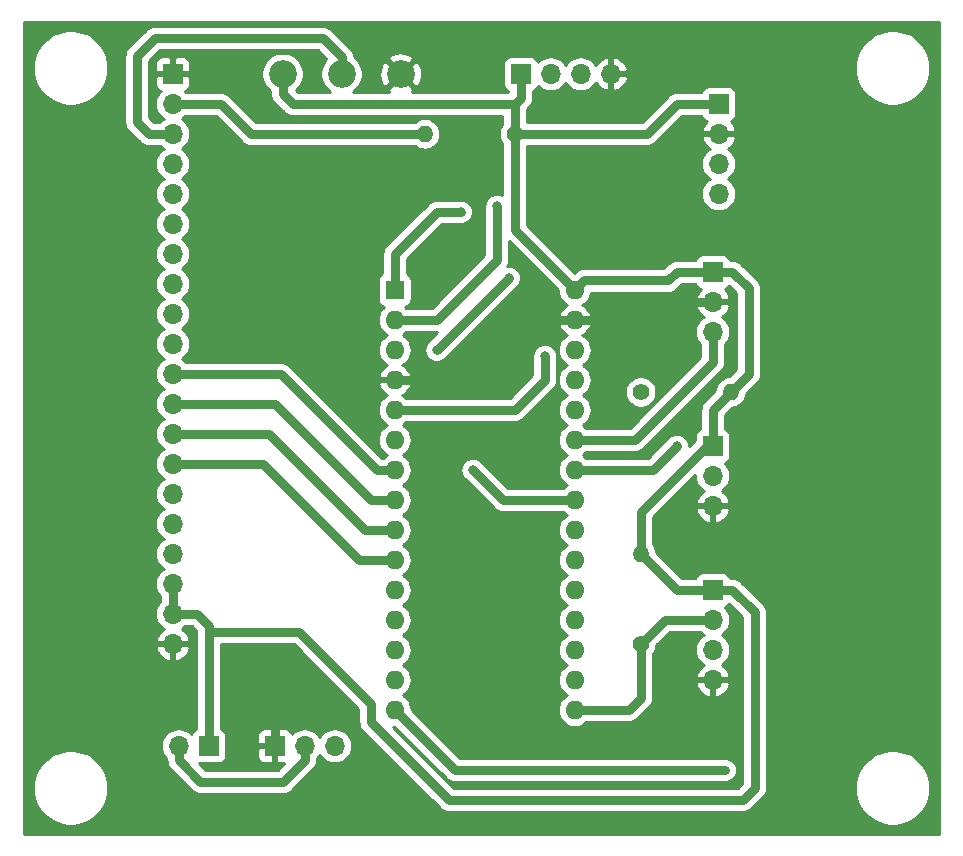
<source format=gbr>
G04 #@! TF.GenerationSoftware,KiCad,Pcbnew,(5.1.4)-1*
G04 #@! TF.CreationDate,2019-11-04T13:23:32-06:00*
G04 #@! TF.ProjectId,Plataforma-nano,506c6174-6166-46f7-926d-612d6e616e6f,rev?*
G04 #@! TF.SameCoordinates,Original*
G04 #@! TF.FileFunction,Copper,L1,Top*
G04 #@! TF.FilePolarity,Positive*
%FSLAX46Y46*%
G04 Gerber Fmt 4.6, Leading zero omitted, Abs format (unit mm)*
G04 Created by KiCad (PCBNEW (5.1.4)-1) date 2019-11-04 13:23:32*
%MOMM*%
%LPD*%
G04 APERTURE LIST*
%ADD10O,1.700000X1.700000*%
%ADD11R,1.700000X1.700000*%
%ADD12R,1.600000X1.600000*%
%ADD13O,1.600000X1.600000*%
%ADD14C,1.400000*%
%ADD15O,1.400000X1.400000*%
%ADD16C,2.340000*%
%ADD17C,0.800000*%
%ADD18C,0.800000*%
%ADD19C,0.254000*%
G04 APERTURE END LIST*
D10*
X111760000Y-98044000D03*
X111760000Y-95504000D03*
D11*
X111760000Y-92964000D03*
X95504000Y-76200000D03*
D10*
X98044000Y-76200000D03*
X100584000Y-76200000D03*
X103124000Y-76200000D03*
D12*
X84836000Y-94488000D03*
D13*
X100076000Y-127508000D03*
X84836000Y-97028000D03*
X100076000Y-124968000D03*
X84836000Y-99568000D03*
X100076000Y-122428000D03*
X84836000Y-102108000D03*
X100076000Y-119888000D03*
X84836000Y-104648000D03*
X100076000Y-117348000D03*
X84836000Y-107188000D03*
X100076000Y-114808000D03*
X84836000Y-109728000D03*
X100076000Y-112268000D03*
X84836000Y-112268000D03*
X100076000Y-109728000D03*
X84836000Y-114808000D03*
X100076000Y-107188000D03*
X84836000Y-117348000D03*
X100076000Y-104648000D03*
X84836000Y-119888000D03*
X100076000Y-102108000D03*
X84836000Y-122428000D03*
X100076000Y-99568000D03*
X84836000Y-124968000D03*
X100076000Y-97028000D03*
X84836000Y-127508000D03*
X100076000Y-94488000D03*
X84836000Y-130048000D03*
X100076000Y-130048000D03*
D11*
X69088000Y-133096000D03*
D10*
X66548000Y-133096000D03*
D11*
X111760000Y-107696000D03*
D10*
X111760000Y-110236000D03*
X111760000Y-112776000D03*
X112268000Y-86360000D03*
X112268000Y-83820000D03*
X112268000Y-81280000D03*
D11*
X112268000Y-78740000D03*
D10*
X111760000Y-127508000D03*
X111760000Y-124968000D03*
X111760000Y-122428000D03*
D11*
X111760000Y-119888000D03*
X66040000Y-76200000D03*
D10*
X66040000Y-78740000D03*
X66040000Y-81280000D03*
X66040000Y-83820000D03*
X66040000Y-86360000D03*
X66040000Y-88900000D03*
X66040000Y-91440000D03*
X66040000Y-93980000D03*
X66040000Y-96520000D03*
X66040000Y-99060000D03*
X66040000Y-101600000D03*
X66040000Y-104140000D03*
X66040000Y-106680000D03*
X66040000Y-109220000D03*
X66040000Y-111760000D03*
X66040000Y-114300000D03*
X66040000Y-116840000D03*
X66040000Y-119380000D03*
X66040000Y-121920000D03*
X66040000Y-124460000D03*
D14*
X105664000Y-103124000D03*
D15*
X113284000Y-103124000D03*
X105664000Y-116840000D03*
D14*
X105664000Y-124460000D03*
D15*
X87376000Y-81280000D03*
D14*
X94996000Y-81280000D03*
D16*
X75344000Y-76200000D03*
X80344000Y-76200000D03*
X85344000Y-76200000D03*
D11*
X74676000Y-133096000D03*
D10*
X77216000Y-133096000D03*
X79756000Y-133096000D03*
D17*
X90424000Y-87884000D03*
X93472000Y-87376000D03*
X97536000Y-100076000D03*
X94488000Y-93472000D03*
X88392000Y-99568000D03*
X91440000Y-109728000D03*
X108712000Y-107696000D03*
D18*
X90424000Y-87884000D02*
X88392000Y-87884000D01*
X84836000Y-91440000D02*
X84836000Y-94488000D01*
X88392000Y-87884000D02*
X84836000Y-91440000D01*
X84836000Y-97028000D02*
X88392000Y-97028000D01*
X93472000Y-91948000D02*
X93472000Y-87376000D01*
X88392000Y-97028000D02*
X93472000Y-91948000D01*
X84836000Y-102108000D02*
X92456000Y-102108000D01*
X97536000Y-97028000D02*
X100076000Y-97028000D01*
X92456000Y-102108000D02*
X97536000Y-97028000D01*
X100076000Y-97028000D02*
X108204000Y-97028000D01*
X109728000Y-95504000D02*
X111760000Y-95504000D01*
X108204000Y-97028000D02*
X109728000Y-95504000D01*
X74676000Y-131446000D02*
X75566000Y-130556000D01*
X74676000Y-133096000D02*
X74676000Y-131446000D01*
X75566000Y-130556000D02*
X80264000Y-130556000D01*
X80264000Y-130556000D02*
X89408000Y-139700000D01*
X89408000Y-139700000D02*
X115824000Y-139700000D01*
X117856000Y-137668000D02*
X117856000Y-135128000D01*
X115824000Y-139700000D02*
X117856000Y-137668000D01*
X84836000Y-104648000D02*
X94996000Y-104648000D01*
X94996000Y-104648000D02*
X97536000Y-102108000D01*
X97536000Y-102108000D02*
X97536000Y-100076000D01*
X97536000Y-100076000D02*
X97536000Y-100076000D01*
X94488000Y-93472000D02*
X88392000Y-99568000D01*
X88392000Y-99568000D02*
X88392000Y-99568000D01*
X66040000Y-101600000D02*
X75184000Y-101600000D01*
X83312000Y-109728000D02*
X84836000Y-109728000D01*
X75184000Y-101600000D02*
X83312000Y-109728000D01*
X91440000Y-109728000D02*
X93980000Y-112268000D01*
X93980000Y-112268000D02*
X100076000Y-112268000D01*
X66040000Y-104140000D02*
X74676000Y-104140000D01*
X82804000Y-112268000D02*
X84836000Y-112268000D01*
X74676000Y-104140000D02*
X82804000Y-112268000D01*
X106680000Y-109728000D02*
X108712000Y-107696000D01*
X100076000Y-109728000D02*
X106680000Y-109728000D01*
X66040000Y-106680000D02*
X74168000Y-106680000D01*
X82296000Y-114808000D02*
X84836000Y-114808000D01*
X74168000Y-106680000D02*
X82296000Y-114808000D01*
X111760000Y-98044000D02*
X111760000Y-100584000D01*
X105156000Y-107188000D02*
X100076000Y-107188000D01*
X111760000Y-100584000D02*
X105156000Y-107188000D01*
X66040000Y-109220000D02*
X73660000Y-109220000D01*
X81788000Y-117348000D02*
X84836000Y-117348000D01*
X73660000Y-109220000D02*
X81788000Y-117348000D01*
X66040000Y-121920000D02*
X68072000Y-121920000D01*
X68072000Y-121920000D02*
X69088000Y-122936000D01*
X66040000Y-119380000D02*
X66040000Y-121920000D01*
X115316000Y-121794000D02*
X115316000Y-135128000D01*
X113410000Y-119888000D02*
X115316000Y-121794000D01*
X111760000Y-119888000D02*
X113410000Y-119888000D01*
X108712000Y-119888000D02*
X105664000Y-116840000D01*
X111760000Y-119888000D02*
X108712000Y-119888000D01*
X111760000Y-104648000D02*
X113284000Y-103124000D01*
X111760000Y-107696000D02*
X111760000Y-104648000D01*
X113284000Y-103124000D02*
X114808000Y-101600000D01*
X113410000Y-92964000D02*
X111760000Y-92964000D01*
X114808000Y-94362000D02*
X113410000Y-92964000D01*
X114808000Y-101600000D02*
X114808000Y-94362000D01*
X94996000Y-89408000D02*
X100076000Y-94488000D01*
X94996000Y-81280000D02*
X94996000Y-89408000D01*
X100875999Y-93688001D02*
X107987999Y-93688001D01*
X100076000Y-94488000D02*
X100875999Y-93688001D01*
X108712000Y-92964000D02*
X111760000Y-92964000D01*
X107987999Y-93688001D02*
X108712000Y-92964000D01*
X94996000Y-81280000D02*
X94996000Y-78740000D01*
X95504000Y-78232000D02*
X95504000Y-76200000D01*
X94996000Y-78740000D02*
X95504000Y-78232000D01*
X75344000Y-76200000D02*
X75344000Y-77884000D01*
X76200000Y-78740000D02*
X94996000Y-78740000D01*
X75344000Y-77884000D02*
X76200000Y-78740000D01*
X111760000Y-107696000D02*
X111252000Y-107696000D01*
X105664000Y-113284000D02*
X105664000Y-116840000D01*
X111252000Y-107696000D02*
X105664000Y-113284000D01*
X69088000Y-127000000D02*
X69088000Y-133096000D01*
X112268000Y-78740000D02*
X108712000Y-78740000D01*
X108712000Y-78740000D02*
X106172000Y-81280000D01*
X106172000Y-81280000D02*
X94996000Y-81280000D01*
X69088000Y-123444000D02*
X69088000Y-127000000D01*
X69088000Y-122936000D02*
X69088000Y-123444000D01*
X115316000Y-136652000D02*
X115316000Y-135128000D01*
X76708000Y-123444000D02*
X82804000Y-129540000D01*
X69088000Y-123444000D02*
X76708000Y-123444000D01*
X82804000Y-129540000D02*
X82804000Y-131064000D01*
X82804000Y-131064000D02*
X89408000Y-137668000D01*
X89408000Y-137668000D02*
X114300000Y-137668000D01*
X114300000Y-137668000D02*
X115316000Y-136652000D01*
X89916000Y-135128000D02*
X112776000Y-135128000D01*
X84836000Y-130048000D02*
X89916000Y-135128000D01*
X107696000Y-122428000D02*
X105664000Y-124460000D01*
X111760000Y-122428000D02*
X107696000Y-122428000D01*
X105664000Y-129032000D02*
X105664000Y-124460000D01*
X100076000Y-130048000D02*
X104648000Y-130048000D01*
X104648000Y-130048000D02*
X105664000Y-129032000D01*
X66548000Y-134298081D02*
X68393919Y-136144000D01*
X66548000Y-133096000D02*
X66548000Y-134298081D01*
X68393919Y-136144000D02*
X75370081Y-136144000D01*
X77216000Y-134298081D02*
X77216000Y-133096000D01*
X75370081Y-136144000D02*
X77216000Y-134298081D01*
X87376000Y-81280000D02*
X72644000Y-81280000D01*
X70104000Y-78740000D02*
X66040000Y-78740000D01*
X72644000Y-81280000D02*
X70104000Y-78740000D01*
X80344000Y-74756000D02*
X80344000Y-76200000D01*
X64008000Y-81280000D02*
X62992000Y-80264000D01*
X66040000Y-81280000D02*
X64008000Y-81280000D01*
X62992000Y-74676000D02*
X64516000Y-73152000D01*
X64516000Y-73152000D02*
X78740000Y-73152000D01*
X62992000Y-80264000D02*
X62992000Y-74676000D01*
X78740000Y-73152000D02*
X80344000Y-74756000D01*
D19*
G36*
X130912001Y-140564000D02*
G01*
X53492000Y-140564000D01*
X53492000Y-136336385D01*
X54199505Y-136336385D01*
X54199505Y-136967615D01*
X54322652Y-137586717D01*
X54564214Y-138169897D01*
X54914906Y-138694746D01*
X55361254Y-139141094D01*
X55886103Y-139491786D01*
X56469283Y-139733348D01*
X57088385Y-139856495D01*
X57719615Y-139856495D01*
X58338717Y-139733348D01*
X58921897Y-139491786D01*
X59446746Y-139141094D01*
X59893094Y-138694746D01*
X60243786Y-138169897D01*
X60485348Y-137586717D01*
X60608495Y-136967615D01*
X60608495Y-136336385D01*
X60485348Y-135717283D01*
X60243786Y-135134103D01*
X59893094Y-134609254D01*
X59446746Y-134162906D01*
X58921897Y-133812214D01*
X58338717Y-133570652D01*
X57719615Y-133447505D01*
X57088385Y-133447505D01*
X56469283Y-133570652D01*
X55886103Y-133812214D01*
X55361254Y-134162906D01*
X54914906Y-134609254D01*
X54564214Y-135134103D01*
X54322652Y-135717283D01*
X54199505Y-136336385D01*
X53492000Y-136336385D01*
X53492000Y-124816890D01*
X64598524Y-124816890D01*
X64643175Y-124964099D01*
X64768359Y-125226920D01*
X64942412Y-125460269D01*
X65158645Y-125655178D01*
X65408748Y-125804157D01*
X65683109Y-125901481D01*
X65913000Y-125780814D01*
X65913000Y-124587000D01*
X66167000Y-124587000D01*
X66167000Y-125780814D01*
X66396891Y-125901481D01*
X66671252Y-125804157D01*
X66921355Y-125655178D01*
X67137588Y-125460269D01*
X67311641Y-125226920D01*
X67436825Y-124964099D01*
X67481476Y-124816890D01*
X67360155Y-124587000D01*
X66167000Y-124587000D01*
X65913000Y-124587000D01*
X64719845Y-124587000D01*
X64598524Y-124816890D01*
X53492000Y-124816890D01*
X53492000Y-75376385D01*
X54199505Y-75376385D01*
X54199505Y-76007615D01*
X54322652Y-76626717D01*
X54564214Y-77209897D01*
X54914906Y-77734746D01*
X55361254Y-78181094D01*
X55886103Y-78531786D01*
X56469283Y-78773348D01*
X57088385Y-78896495D01*
X57719615Y-78896495D01*
X58338717Y-78773348D01*
X58921897Y-78531786D01*
X59446746Y-78181094D01*
X59893094Y-77734746D01*
X60243786Y-77209897D01*
X60485348Y-76626717D01*
X60608495Y-76007615D01*
X60608495Y-75376385D01*
X60485348Y-74757283D01*
X60451680Y-74676000D01*
X61951994Y-74676000D01*
X61957001Y-74726838D01*
X61957000Y-80213172D01*
X61951994Y-80264000D01*
X61957000Y-80314828D01*
X61957000Y-80314837D01*
X61971976Y-80466894D01*
X62031159Y-80661992D01*
X62127266Y-80841797D01*
X62256604Y-80999396D01*
X62296097Y-81031807D01*
X63240197Y-81975908D01*
X63272604Y-82015396D01*
X63312092Y-82047803D01*
X63430202Y-82144734D01*
X63526309Y-82196104D01*
X63610007Y-82240841D01*
X63805105Y-82300024D01*
X63957162Y-82315000D01*
X63957164Y-82315000D01*
X64008000Y-82320007D01*
X64058835Y-82315000D01*
X64968342Y-82315000D01*
X64984866Y-82335134D01*
X65210986Y-82520706D01*
X65265791Y-82550000D01*
X65210986Y-82579294D01*
X64984866Y-82764866D01*
X64799294Y-82990986D01*
X64661401Y-83248966D01*
X64576487Y-83528889D01*
X64547815Y-83820000D01*
X64576487Y-84111111D01*
X64661401Y-84391034D01*
X64799294Y-84649014D01*
X64984866Y-84875134D01*
X65210986Y-85060706D01*
X65265791Y-85090000D01*
X65210986Y-85119294D01*
X64984866Y-85304866D01*
X64799294Y-85530986D01*
X64661401Y-85788966D01*
X64576487Y-86068889D01*
X64547815Y-86360000D01*
X64576487Y-86651111D01*
X64661401Y-86931034D01*
X64799294Y-87189014D01*
X64984866Y-87415134D01*
X65210986Y-87600706D01*
X65265791Y-87630000D01*
X65210986Y-87659294D01*
X64984866Y-87844866D01*
X64799294Y-88070986D01*
X64661401Y-88328966D01*
X64576487Y-88608889D01*
X64547815Y-88900000D01*
X64576487Y-89191111D01*
X64661401Y-89471034D01*
X64799294Y-89729014D01*
X64984866Y-89955134D01*
X65210986Y-90140706D01*
X65265791Y-90170000D01*
X65210986Y-90199294D01*
X64984866Y-90384866D01*
X64799294Y-90610986D01*
X64661401Y-90868966D01*
X64576487Y-91148889D01*
X64547815Y-91440000D01*
X64576487Y-91731111D01*
X64661401Y-92011034D01*
X64799294Y-92269014D01*
X64984866Y-92495134D01*
X65210986Y-92680706D01*
X65265791Y-92710000D01*
X65210986Y-92739294D01*
X64984866Y-92924866D01*
X64799294Y-93150986D01*
X64661401Y-93408966D01*
X64576487Y-93688889D01*
X64547815Y-93980000D01*
X64576487Y-94271111D01*
X64661401Y-94551034D01*
X64799294Y-94809014D01*
X64984866Y-95035134D01*
X65210986Y-95220706D01*
X65265791Y-95250000D01*
X65210986Y-95279294D01*
X64984866Y-95464866D01*
X64799294Y-95690986D01*
X64661401Y-95948966D01*
X64576487Y-96228889D01*
X64547815Y-96520000D01*
X64576487Y-96811111D01*
X64661401Y-97091034D01*
X64799294Y-97349014D01*
X64984866Y-97575134D01*
X65210986Y-97760706D01*
X65265791Y-97790000D01*
X65210986Y-97819294D01*
X64984866Y-98004866D01*
X64799294Y-98230986D01*
X64661401Y-98488966D01*
X64576487Y-98768889D01*
X64547815Y-99060000D01*
X64576487Y-99351111D01*
X64661401Y-99631034D01*
X64799294Y-99889014D01*
X64984866Y-100115134D01*
X65210986Y-100300706D01*
X65265791Y-100330000D01*
X65210986Y-100359294D01*
X64984866Y-100544866D01*
X64799294Y-100770986D01*
X64661401Y-101028966D01*
X64576487Y-101308889D01*
X64547815Y-101600000D01*
X64576487Y-101891111D01*
X64661401Y-102171034D01*
X64799294Y-102429014D01*
X64984866Y-102655134D01*
X65210986Y-102840706D01*
X65265791Y-102870000D01*
X65210986Y-102899294D01*
X64984866Y-103084866D01*
X64799294Y-103310986D01*
X64661401Y-103568966D01*
X64576487Y-103848889D01*
X64547815Y-104140000D01*
X64576487Y-104431111D01*
X64661401Y-104711034D01*
X64799294Y-104969014D01*
X64984866Y-105195134D01*
X65210986Y-105380706D01*
X65265791Y-105410000D01*
X65210986Y-105439294D01*
X64984866Y-105624866D01*
X64799294Y-105850986D01*
X64661401Y-106108966D01*
X64576487Y-106388889D01*
X64547815Y-106680000D01*
X64576487Y-106971111D01*
X64661401Y-107251034D01*
X64799294Y-107509014D01*
X64984866Y-107735134D01*
X65210986Y-107920706D01*
X65265791Y-107950000D01*
X65210986Y-107979294D01*
X64984866Y-108164866D01*
X64799294Y-108390986D01*
X64661401Y-108648966D01*
X64576487Y-108928889D01*
X64547815Y-109220000D01*
X64576487Y-109511111D01*
X64661401Y-109791034D01*
X64799294Y-110049014D01*
X64984866Y-110275134D01*
X65210986Y-110460706D01*
X65265791Y-110490000D01*
X65210986Y-110519294D01*
X64984866Y-110704866D01*
X64799294Y-110930986D01*
X64661401Y-111188966D01*
X64576487Y-111468889D01*
X64547815Y-111760000D01*
X64576487Y-112051111D01*
X64661401Y-112331034D01*
X64799294Y-112589014D01*
X64984866Y-112815134D01*
X65210986Y-113000706D01*
X65265791Y-113030000D01*
X65210986Y-113059294D01*
X64984866Y-113244866D01*
X64799294Y-113470986D01*
X64661401Y-113728966D01*
X64576487Y-114008889D01*
X64547815Y-114300000D01*
X64576487Y-114591111D01*
X64661401Y-114871034D01*
X64799294Y-115129014D01*
X64984866Y-115355134D01*
X65210986Y-115540706D01*
X65265791Y-115570000D01*
X65210986Y-115599294D01*
X64984866Y-115784866D01*
X64799294Y-116010986D01*
X64661401Y-116268966D01*
X64576487Y-116548889D01*
X64547815Y-116840000D01*
X64576487Y-117131111D01*
X64661401Y-117411034D01*
X64799294Y-117669014D01*
X64984866Y-117895134D01*
X65210986Y-118080706D01*
X65265791Y-118110000D01*
X65210986Y-118139294D01*
X64984866Y-118324866D01*
X64799294Y-118550986D01*
X64661401Y-118808966D01*
X64576487Y-119088889D01*
X64547815Y-119380000D01*
X64576487Y-119671111D01*
X64661401Y-119951034D01*
X64799294Y-120209014D01*
X64984866Y-120435134D01*
X65005000Y-120451658D01*
X65005001Y-120848342D01*
X64984866Y-120864866D01*
X64799294Y-121090986D01*
X64661401Y-121348966D01*
X64576487Y-121628889D01*
X64547815Y-121920000D01*
X64576487Y-122211111D01*
X64661401Y-122491034D01*
X64799294Y-122749014D01*
X64984866Y-122975134D01*
X65210986Y-123160706D01*
X65275523Y-123195201D01*
X65158645Y-123264822D01*
X64942412Y-123459731D01*
X64768359Y-123693080D01*
X64643175Y-123955901D01*
X64598524Y-124103110D01*
X64719845Y-124333000D01*
X65913000Y-124333000D01*
X65913000Y-124313000D01*
X66167000Y-124313000D01*
X66167000Y-124333000D01*
X67360155Y-124333000D01*
X67481476Y-124103110D01*
X67436825Y-123955901D01*
X67311641Y-123693080D01*
X67137588Y-123459731D01*
X66921355Y-123264822D01*
X66804477Y-123195201D01*
X66869014Y-123160706D01*
X67095134Y-122975134D01*
X67111658Y-122955000D01*
X67643290Y-122955000D01*
X68053000Y-123364711D01*
X68053000Y-123393162D01*
X68047993Y-123444000D01*
X68053000Y-123494837D01*
X68053001Y-126949153D01*
X68053000Y-126949163D01*
X68053001Y-131638546D01*
X67993820Y-131656498D01*
X67883506Y-131715463D01*
X67786815Y-131794815D01*
X67707463Y-131891506D01*
X67648498Y-132001820D01*
X67627607Y-132070687D01*
X67603134Y-132040866D01*
X67377014Y-131855294D01*
X67119034Y-131717401D01*
X66839111Y-131632487D01*
X66620950Y-131611000D01*
X66475050Y-131611000D01*
X66256889Y-131632487D01*
X65976966Y-131717401D01*
X65718986Y-131855294D01*
X65492866Y-132040866D01*
X65307294Y-132266986D01*
X65169401Y-132524966D01*
X65084487Y-132804889D01*
X65055815Y-133096000D01*
X65084487Y-133387111D01*
X65169401Y-133667034D01*
X65307294Y-133925014D01*
X65492866Y-134151134D01*
X65513001Y-134167658D01*
X65513001Y-134247244D01*
X65507994Y-134298081D01*
X65527977Y-134500976D01*
X65587160Y-134696074D01*
X65683266Y-134875878D01*
X65780197Y-134993988D01*
X65812605Y-135033477D01*
X65852092Y-135065883D01*
X67626116Y-136839908D01*
X67658523Y-136879396D01*
X67698011Y-136911803D01*
X67816121Y-137008734D01*
X67893310Y-137049992D01*
X67995926Y-137104841D01*
X68191024Y-137164024D01*
X68343081Y-137179000D01*
X68343084Y-137179000D01*
X68393919Y-137184007D01*
X68444754Y-137179000D01*
X75319253Y-137179000D01*
X75370081Y-137184006D01*
X75420909Y-137179000D01*
X75420919Y-137179000D01*
X75572976Y-137164024D01*
X75768074Y-137104841D01*
X75947878Y-137008734D01*
X76105477Y-136879396D01*
X76137888Y-136839903D01*
X77911908Y-135065884D01*
X77951396Y-135033477D01*
X77983804Y-134993988D01*
X78080734Y-134875879D01*
X78176840Y-134696075D01*
X78176841Y-134696074D01*
X78236024Y-134500976D01*
X78251000Y-134348919D01*
X78251000Y-134348916D01*
X78256007Y-134298081D01*
X78251000Y-134247246D01*
X78251000Y-134167658D01*
X78271134Y-134151134D01*
X78456706Y-133925014D01*
X78486000Y-133870209D01*
X78515294Y-133925014D01*
X78700866Y-134151134D01*
X78926986Y-134336706D01*
X79184966Y-134474599D01*
X79464889Y-134559513D01*
X79683050Y-134581000D01*
X79828950Y-134581000D01*
X80047111Y-134559513D01*
X80327034Y-134474599D01*
X80585014Y-134336706D01*
X80811134Y-134151134D01*
X80996706Y-133925014D01*
X81134599Y-133667034D01*
X81219513Y-133387111D01*
X81248185Y-133096000D01*
X81219513Y-132804889D01*
X81134599Y-132524966D01*
X80996706Y-132266986D01*
X80811134Y-132040866D01*
X80585014Y-131855294D01*
X80327034Y-131717401D01*
X80047111Y-131632487D01*
X79828950Y-131611000D01*
X79683050Y-131611000D01*
X79464889Y-131632487D01*
X79184966Y-131717401D01*
X78926986Y-131855294D01*
X78700866Y-132040866D01*
X78515294Y-132266986D01*
X78486000Y-132321791D01*
X78456706Y-132266986D01*
X78271134Y-132040866D01*
X78045014Y-131855294D01*
X77787034Y-131717401D01*
X77507111Y-131632487D01*
X77288950Y-131611000D01*
X77143050Y-131611000D01*
X76924889Y-131632487D01*
X76644966Y-131717401D01*
X76386986Y-131855294D01*
X76160866Y-132040866D01*
X76136393Y-132070687D01*
X76115502Y-132001820D01*
X76056537Y-131891506D01*
X75977185Y-131794815D01*
X75880494Y-131715463D01*
X75770180Y-131656498D01*
X75650482Y-131620188D01*
X75526000Y-131607928D01*
X74961750Y-131611000D01*
X74803000Y-131769750D01*
X74803000Y-132969000D01*
X74823000Y-132969000D01*
X74823000Y-133223000D01*
X74803000Y-133223000D01*
X74803000Y-134422250D01*
X74961750Y-134581000D01*
X75466622Y-134583749D01*
X74941371Y-135109000D01*
X68822630Y-135109000D01*
X68297702Y-134584072D01*
X69938000Y-134584072D01*
X70062482Y-134571812D01*
X70182180Y-134535502D01*
X70292494Y-134476537D01*
X70389185Y-134397185D01*
X70468537Y-134300494D01*
X70527502Y-134190180D01*
X70563812Y-134070482D01*
X70576072Y-133946000D01*
X73187928Y-133946000D01*
X73200188Y-134070482D01*
X73236498Y-134190180D01*
X73295463Y-134300494D01*
X73374815Y-134397185D01*
X73471506Y-134476537D01*
X73581820Y-134535502D01*
X73701518Y-134571812D01*
X73826000Y-134584072D01*
X74390250Y-134581000D01*
X74549000Y-134422250D01*
X74549000Y-133223000D01*
X73349750Y-133223000D01*
X73191000Y-133381750D01*
X73187928Y-133946000D01*
X70576072Y-133946000D01*
X70576072Y-132246000D01*
X73187928Y-132246000D01*
X73191000Y-132810250D01*
X73349750Y-132969000D01*
X74549000Y-132969000D01*
X74549000Y-131769750D01*
X74390250Y-131611000D01*
X73826000Y-131607928D01*
X73701518Y-131620188D01*
X73581820Y-131656498D01*
X73471506Y-131715463D01*
X73374815Y-131794815D01*
X73295463Y-131891506D01*
X73236498Y-132001820D01*
X73200188Y-132121518D01*
X73187928Y-132246000D01*
X70576072Y-132246000D01*
X70563812Y-132121518D01*
X70527502Y-132001820D01*
X70468537Y-131891506D01*
X70389185Y-131794815D01*
X70292494Y-131715463D01*
X70182180Y-131656498D01*
X70123000Y-131638546D01*
X70123000Y-124479000D01*
X76279290Y-124479000D01*
X81769000Y-129968711D01*
X81769001Y-131013163D01*
X81763994Y-131064000D01*
X81783977Y-131266895D01*
X81843160Y-131461993D01*
X81939266Y-131641797D01*
X82036197Y-131759907D01*
X82068605Y-131799396D01*
X82108093Y-131831803D01*
X88640197Y-138363908D01*
X88672604Y-138403396D01*
X88712092Y-138435803D01*
X88830202Y-138532734D01*
X88926309Y-138584104D01*
X89010007Y-138628841D01*
X89205105Y-138688024D01*
X89357162Y-138703000D01*
X89357171Y-138703000D01*
X89407999Y-138708006D01*
X89458827Y-138703000D01*
X114249172Y-138703000D01*
X114300000Y-138708006D01*
X114350828Y-138703000D01*
X114350838Y-138703000D01*
X114502895Y-138688024D01*
X114697993Y-138628841D01*
X114877797Y-138532734D01*
X115035396Y-138403396D01*
X115067807Y-138363903D01*
X116011908Y-137419803D01*
X116051396Y-137387396D01*
X116147735Y-137270007D01*
X116180734Y-137229798D01*
X116276840Y-137049994D01*
X116276841Y-137049993D01*
X116336024Y-136854895D01*
X116351000Y-136702838D01*
X116351000Y-136702836D01*
X116356007Y-136652000D01*
X116351000Y-136601165D01*
X116351000Y-136336385D01*
X123795505Y-136336385D01*
X123795505Y-136967615D01*
X123918652Y-137586717D01*
X124160214Y-138169897D01*
X124510906Y-138694746D01*
X124957254Y-139141094D01*
X125482103Y-139491786D01*
X126065283Y-139733348D01*
X126684385Y-139856495D01*
X127315615Y-139856495D01*
X127934717Y-139733348D01*
X128517897Y-139491786D01*
X129042746Y-139141094D01*
X129489094Y-138694746D01*
X129839786Y-138169897D01*
X130081348Y-137586717D01*
X130204495Y-136967615D01*
X130204495Y-136336385D01*
X130081348Y-135717283D01*
X129839786Y-135134103D01*
X129489094Y-134609254D01*
X129042746Y-134162906D01*
X128517897Y-133812214D01*
X127934717Y-133570652D01*
X127315615Y-133447505D01*
X126684385Y-133447505D01*
X126065283Y-133570652D01*
X125482103Y-133812214D01*
X124957254Y-134162906D01*
X124510906Y-134609254D01*
X124160214Y-135134103D01*
X123918652Y-135717283D01*
X123795505Y-136336385D01*
X116351000Y-136336385D01*
X116351000Y-121844827D01*
X116356006Y-121793999D01*
X116351000Y-121743171D01*
X116351000Y-121743162D01*
X116336024Y-121591105D01*
X116276841Y-121396007D01*
X116232104Y-121312309D01*
X116180734Y-121216202D01*
X116083803Y-121098092D01*
X116051396Y-121058604D01*
X116011908Y-121026197D01*
X114177807Y-119192097D01*
X114145396Y-119152604D01*
X113987797Y-119023266D01*
X113807993Y-118927159D01*
X113612895Y-118867976D01*
X113460838Y-118853000D01*
X113460828Y-118853000D01*
X113410000Y-118847994D01*
X113359172Y-118853000D01*
X113217454Y-118853000D01*
X113199502Y-118793820D01*
X113140537Y-118683506D01*
X113061185Y-118586815D01*
X112964494Y-118507463D01*
X112854180Y-118448498D01*
X112734482Y-118412188D01*
X112610000Y-118399928D01*
X110910000Y-118399928D01*
X110785518Y-118412188D01*
X110665820Y-118448498D01*
X110555506Y-118507463D01*
X110458815Y-118586815D01*
X110379463Y-118683506D01*
X110320498Y-118793820D01*
X110302546Y-118853000D01*
X109140711Y-118853000D01*
X106992103Y-116704393D01*
X106979683Y-116578294D01*
X106903347Y-116326646D01*
X106779382Y-116094725D01*
X106699000Y-115996779D01*
X106699000Y-113712710D01*
X107278820Y-113132890D01*
X110318524Y-113132890D01*
X110363175Y-113280099D01*
X110488359Y-113542920D01*
X110662412Y-113776269D01*
X110878645Y-113971178D01*
X111128748Y-114120157D01*
X111403109Y-114217481D01*
X111633000Y-114096814D01*
X111633000Y-112903000D01*
X111887000Y-112903000D01*
X111887000Y-114096814D01*
X112116891Y-114217481D01*
X112391252Y-114120157D01*
X112641355Y-113971178D01*
X112857588Y-113776269D01*
X113031641Y-113542920D01*
X113156825Y-113280099D01*
X113201476Y-113132890D01*
X113080155Y-112903000D01*
X111887000Y-112903000D01*
X111633000Y-112903000D01*
X110439845Y-112903000D01*
X110318524Y-113132890D01*
X107278820Y-113132890D01*
X110277878Y-110133833D01*
X110267815Y-110236000D01*
X110296487Y-110527111D01*
X110381401Y-110807034D01*
X110519294Y-111065014D01*
X110704866Y-111291134D01*
X110930986Y-111476706D01*
X110995523Y-111511201D01*
X110878645Y-111580822D01*
X110662412Y-111775731D01*
X110488359Y-112009080D01*
X110363175Y-112271901D01*
X110318524Y-112419110D01*
X110439845Y-112649000D01*
X111633000Y-112649000D01*
X111633000Y-112629000D01*
X111887000Y-112629000D01*
X111887000Y-112649000D01*
X113080155Y-112649000D01*
X113201476Y-112419110D01*
X113156825Y-112271901D01*
X113031641Y-112009080D01*
X112857588Y-111775731D01*
X112641355Y-111580822D01*
X112524477Y-111511201D01*
X112589014Y-111476706D01*
X112815134Y-111291134D01*
X113000706Y-111065014D01*
X113138599Y-110807034D01*
X113223513Y-110527111D01*
X113252185Y-110236000D01*
X113223513Y-109944889D01*
X113138599Y-109664966D01*
X113000706Y-109406986D01*
X112815134Y-109180866D01*
X112785313Y-109156393D01*
X112854180Y-109135502D01*
X112964494Y-109076537D01*
X113061185Y-108997185D01*
X113140537Y-108900494D01*
X113199502Y-108790180D01*
X113235812Y-108670482D01*
X113248072Y-108546000D01*
X113248072Y-106846000D01*
X113235812Y-106721518D01*
X113199502Y-106601820D01*
X113140537Y-106491506D01*
X113061185Y-106394815D01*
X112964494Y-106315463D01*
X112854180Y-106256498D01*
X112795000Y-106238546D01*
X112795000Y-105076710D01*
X113419608Y-104452103D01*
X113545706Y-104439683D01*
X113797354Y-104363347D01*
X114029275Y-104239382D01*
X114232555Y-104072555D01*
X114399382Y-103869275D01*
X114523347Y-103637354D01*
X114599683Y-103385706D01*
X114612103Y-103259608D01*
X115503908Y-102367803D01*
X115543396Y-102335396D01*
X115672734Y-102177797D01*
X115768841Y-101997993D01*
X115828024Y-101802895D01*
X115843000Y-101650838D01*
X115843000Y-101650829D01*
X115848006Y-101600001D01*
X115843000Y-101549173D01*
X115843000Y-94412835D01*
X115848007Y-94362000D01*
X115843000Y-94311162D01*
X115828024Y-94159105D01*
X115774913Y-93984024D01*
X115768841Y-93964006D01*
X115672734Y-93784202D01*
X115575803Y-93666092D01*
X115543396Y-93626604D01*
X115503908Y-93594197D01*
X114177807Y-92268097D01*
X114145396Y-92228604D01*
X113987797Y-92099266D01*
X113807993Y-92003159D01*
X113612895Y-91943976D01*
X113460838Y-91929000D01*
X113460828Y-91929000D01*
X113410000Y-91923994D01*
X113359172Y-91929000D01*
X113217454Y-91929000D01*
X113199502Y-91869820D01*
X113140537Y-91759506D01*
X113061185Y-91662815D01*
X112964494Y-91583463D01*
X112854180Y-91524498D01*
X112734482Y-91488188D01*
X112610000Y-91475928D01*
X110910000Y-91475928D01*
X110785518Y-91488188D01*
X110665820Y-91524498D01*
X110555506Y-91583463D01*
X110458815Y-91662815D01*
X110379463Y-91759506D01*
X110320498Y-91869820D01*
X110302546Y-91929000D01*
X108762827Y-91929000D01*
X108711999Y-91923994D01*
X108661171Y-91929000D01*
X108661162Y-91929000D01*
X108509105Y-91943976D01*
X108314007Y-92003159D01*
X108230309Y-92047896D01*
X108134202Y-92099266D01*
X108041438Y-92175396D01*
X107976604Y-92228604D01*
X107944197Y-92268092D01*
X107559289Y-92653001D01*
X100926826Y-92653001D01*
X100875998Y-92647995D01*
X100825170Y-92653001D01*
X100825161Y-92653001D01*
X100673104Y-92667977D01*
X100478006Y-92727160D01*
X100455305Y-92739294D01*
X100298201Y-92823267D01*
X100180091Y-92920198D01*
X100140603Y-92952605D01*
X100108196Y-92992093D01*
X100076000Y-93024289D01*
X96031000Y-88979290D01*
X96031000Y-83820000D01*
X110775815Y-83820000D01*
X110804487Y-84111111D01*
X110889401Y-84391034D01*
X111027294Y-84649014D01*
X111212866Y-84875134D01*
X111438986Y-85060706D01*
X111493791Y-85090000D01*
X111438986Y-85119294D01*
X111212866Y-85304866D01*
X111027294Y-85530986D01*
X110889401Y-85788966D01*
X110804487Y-86068889D01*
X110775815Y-86360000D01*
X110804487Y-86651111D01*
X110889401Y-86931034D01*
X111027294Y-87189014D01*
X111212866Y-87415134D01*
X111438986Y-87600706D01*
X111696966Y-87738599D01*
X111976889Y-87823513D01*
X112195050Y-87845000D01*
X112340950Y-87845000D01*
X112559111Y-87823513D01*
X112839034Y-87738599D01*
X113097014Y-87600706D01*
X113323134Y-87415134D01*
X113508706Y-87189014D01*
X113646599Y-86931034D01*
X113731513Y-86651111D01*
X113760185Y-86360000D01*
X113731513Y-86068889D01*
X113646599Y-85788966D01*
X113508706Y-85530986D01*
X113323134Y-85304866D01*
X113097014Y-85119294D01*
X113042209Y-85090000D01*
X113097014Y-85060706D01*
X113323134Y-84875134D01*
X113508706Y-84649014D01*
X113646599Y-84391034D01*
X113731513Y-84111111D01*
X113760185Y-83820000D01*
X113731513Y-83528889D01*
X113646599Y-83248966D01*
X113508706Y-82990986D01*
X113323134Y-82764866D01*
X113097014Y-82579294D01*
X113032477Y-82544799D01*
X113149355Y-82475178D01*
X113365588Y-82280269D01*
X113539641Y-82046920D01*
X113664825Y-81784099D01*
X113709476Y-81636890D01*
X113588155Y-81407000D01*
X112395000Y-81407000D01*
X112395000Y-81427000D01*
X112141000Y-81427000D01*
X112141000Y-81407000D01*
X110947845Y-81407000D01*
X110826524Y-81636890D01*
X110871175Y-81784099D01*
X110996359Y-82046920D01*
X111170412Y-82280269D01*
X111386645Y-82475178D01*
X111503523Y-82544799D01*
X111438986Y-82579294D01*
X111212866Y-82764866D01*
X111027294Y-82990986D01*
X110889401Y-83248966D01*
X110804487Y-83528889D01*
X110775815Y-83820000D01*
X96031000Y-83820000D01*
X96031000Y-82315000D01*
X106121172Y-82315000D01*
X106172000Y-82320006D01*
X106222828Y-82315000D01*
X106222838Y-82315000D01*
X106374895Y-82300024D01*
X106569993Y-82240841D01*
X106749797Y-82144734D01*
X106907396Y-82015396D01*
X106939807Y-81975903D01*
X109140711Y-79775000D01*
X110810546Y-79775000D01*
X110828498Y-79834180D01*
X110887463Y-79944494D01*
X110966815Y-80041185D01*
X111063506Y-80120537D01*
X111173820Y-80179502D01*
X111254466Y-80203966D01*
X111170412Y-80279731D01*
X110996359Y-80513080D01*
X110871175Y-80775901D01*
X110826524Y-80923110D01*
X110947845Y-81153000D01*
X112141000Y-81153000D01*
X112141000Y-81133000D01*
X112395000Y-81133000D01*
X112395000Y-81153000D01*
X113588155Y-81153000D01*
X113709476Y-80923110D01*
X113664825Y-80775901D01*
X113539641Y-80513080D01*
X113365588Y-80279731D01*
X113281534Y-80203966D01*
X113362180Y-80179502D01*
X113472494Y-80120537D01*
X113569185Y-80041185D01*
X113648537Y-79944494D01*
X113707502Y-79834180D01*
X113743812Y-79714482D01*
X113756072Y-79590000D01*
X113756072Y-77890000D01*
X113743812Y-77765518D01*
X113707502Y-77645820D01*
X113648537Y-77535506D01*
X113569185Y-77438815D01*
X113472494Y-77359463D01*
X113362180Y-77300498D01*
X113242482Y-77264188D01*
X113118000Y-77251928D01*
X111418000Y-77251928D01*
X111293518Y-77264188D01*
X111173820Y-77300498D01*
X111063506Y-77359463D01*
X110966815Y-77438815D01*
X110887463Y-77535506D01*
X110828498Y-77645820D01*
X110810546Y-77705000D01*
X108762827Y-77705000D01*
X108711999Y-77699994D01*
X108661171Y-77705000D01*
X108661162Y-77705000D01*
X108509105Y-77719976D01*
X108314007Y-77779159D01*
X108275819Y-77799571D01*
X108134202Y-77875266D01*
X108061614Y-77934838D01*
X107976604Y-78004604D01*
X107944197Y-78044092D01*
X105743290Y-80245000D01*
X96031000Y-80245000D01*
X96031000Y-79168710D01*
X96199903Y-78999807D01*
X96239396Y-78967396D01*
X96368734Y-78809797D01*
X96464841Y-78629993D01*
X96524024Y-78434895D01*
X96539000Y-78282838D01*
X96539000Y-78282829D01*
X96544006Y-78232001D01*
X96539000Y-78181173D01*
X96539000Y-77657454D01*
X96598180Y-77639502D01*
X96708494Y-77580537D01*
X96805185Y-77501185D01*
X96884537Y-77404494D01*
X96943502Y-77294180D01*
X96964393Y-77225313D01*
X96988866Y-77255134D01*
X97214986Y-77440706D01*
X97472966Y-77578599D01*
X97752889Y-77663513D01*
X97971050Y-77685000D01*
X98116950Y-77685000D01*
X98335111Y-77663513D01*
X98615034Y-77578599D01*
X98873014Y-77440706D01*
X99099134Y-77255134D01*
X99284706Y-77029014D01*
X99314000Y-76974209D01*
X99343294Y-77029014D01*
X99528866Y-77255134D01*
X99754986Y-77440706D01*
X100012966Y-77578599D01*
X100292889Y-77663513D01*
X100511050Y-77685000D01*
X100656950Y-77685000D01*
X100875111Y-77663513D01*
X101155034Y-77578599D01*
X101413014Y-77440706D01*
X101639134Y-77255134D01*
X101824706Y-77029014D01*
X101859201Y-76964477D01*
X101928822Y-77081355D01*
X102123731Y-77297588D01*
X102357080Y-77471641D01*
X102619901Y-77596825D01*
X102767110Y-77641476D01*
X102997000Y-77520155D01*
X102997000Y-76327000D01*
X103251000Y-76327000D01*
X103251000Y-77520155D01*
X103480890Y-77641476D01*
X103628099Y-77596825D01*
X103890920Y-77471641D01*
X104124269Y-77297588D01*
X104319178Y-77081355D01*
X104468157Y-76831252D01*
X104565481Y-76556891D01*
X104444814Y-76327000D01*
X103251000Y-76327000D01*
X102997000Y-76327000D01*
X102977000Y-76327000D01*
X102977000Y-76073000D01*
X102997000Y-76073000D01*
X102997000Y-74879845D01*
X103251000Y-74879845D01*
X103251000Y-76073000D01*
X104444814Y-76073000D01*
X104565481Y-75843109D01*
X104468157Y-75568748D01*
X104353573Y-75376385D01*
X123795505Y-75376385D01*
X123795505Y-76007615D01*
X123918652Y-76626717D01*
X124160214Y-77209897D01*
X124510906Y-77734746D01*
X124957254Y-78181094D01*
X125482103Y-78531786D01*
X126065283Y-78773348D01*
X126684385Y-78896495D01*
X127315615Y-78896495D01*
X127934717Y-78773348D01*
X128517897Y-78531786D01*
X129042746Y-78181094D01*
X129489094Y-77734746D01*
X129839786Y-77209897D01*
X130081348Y-76626717D01*
X130204495Y-76007615D01*
X130204495Y-75376385D01*
X130081348Y-74757283D01*
X129839786Y-74174103D01*
X129489094Y-73649254D01*
X129042746Y-73202906D01*
X128517897Y-72852214D01*
X127934717Y-72610652D01*
X127315615Y-72487505D01*
X126684385Y-72487505D01*
X126065283Y-72610652D01*
X125482103Y-72852214D01*
X124957254Y-73202906D01*
X124510906Y-73649254D01*
X124160214Y-74174103D01*
X123918652Y-74757283D01*
X123795505Y-75376385D01*
X104353573Y-75376385D01*
X104319178Y-75318645D01*
X104124269Y-75102412D01*
X103890920Y-74928359D01*
X103628099Y-74803175D01*
X103480890Y-74758524D01*
X103251000Y-74879845D01*
X102997000Y-74879845D01*
X102767110Y-74758524D01*
X102619901Y-74803175D01*
X102357080Y-74928359D01*
X102123731Y-75102412D01*
X101928822Y-75318645D01*
X101859201Y-75435523D01*
X101824706Y-75370986D01*
X101639134Y-75144866D01*
X101413014Y-74959294D01*
X101155034Y-74821401D01*
X100875111Y-74736487D01*
X100656950Y-74715000D01*
X100511050Y-74715000D01*
X100292889Y-74736487D01*
X100012966Y-74821401D01*
X99754986Y-74959294D01*
X99528866Y-75144866D01*
X99343294Y-75370986D01*
X99314000Y-75425791D01*
X99284706Y-75370986D01*
X99099134Y-75144866D01*
X98873014Y-74959294D01*
X98615034Y-74821401D01*
X98335111Y-74736487D01*
X98116950Y-74715000D01*
X97971050Y-74715000D01*
X97752889Y-74736487D01*
X97472966Y-74821401D01*
X97214986Y-74959294D01*
X96988866Y-75144866D01*
X96964393Y-75174687D01*
X96943502Y-75105820D01*
X96884537Y-74995506D01*
X96805185Y-74898815D01*
X96708494Y-74819463D01*
X96598180Y-74760498D01*
X96478482Y-74724188D01*
X96354000Y-74711928D01*
X94654000Y-74711928D01*
X94529518Y-74724188D01*
X94409820Y-74760498D01*
X94299506Y-74819463D01*
X94202815Y-74898815D01*
X94123463Y-74995506D01*
X94064498Y-75105820D01*
X94028188Y-75225518D01*
X94015928Y-75350000D01*
X94015928Y-77050000D01*
X94028188Y-77174482D01*
X94064498Y-77294180D01*
X94123463Y-77404494D01*
X94202815Y-77501185D01*
X94299506Y-77580537D01*
X94409820Y-77639502D01*
X94469000Y-77657454D01*
X94469000Y-77705000D01*
X86318502Y-77705000D01*
X86420997Y-77456602D01*
X85344000Y-76379605D01*
X84267003Y-77456602D01*
X84369498Y-77705000D01*
X81340523Y-77705000D01*
X81494621Y-77602035D01*
X81746035Y-77350621D01*
X81943571Y-77054988D01*
X82079635Y-76726499D01*
X82149000Y-76377777D01*
X82149000Y-76255869D01*
X83531127Y-76255869D01*
X83576861Y-76608470D01*
X83690505Y-76945373D01*
X83805611Y-77160725D01*
X84087398Y-77276997D01*
X85164395Y-76200000D01*
X85523605Y-76200000D01*
X86600602Y-77276997D01*
X86882389Y-77160725D01*
X87040257Y-76842140D01*
X87132938Y-76498878D01*
X87156873Y-76144131D01*
X87111139Y-75791530D01*
X86997495Y-75454627D01*
X86882389Y-75239275D01*
X86600602Y-75123003D01*
X85523605Y-76200000D01*
X85164395Y-76200000D01*
X84087398Y-75123003D01*
X83805611Y-75239275D01*
X83647743Y-75557860D01*
X83555062Y-75901122D01*
X83531127Y-76255869D01*
X82149000Y-76255869D01*
X82149000Y-76022223D01*
X82079635Y-75673501D01*
X81943571Y-75345012D01*
X81746035Y-75049379D01*
X81640054Y-74943398D01*
X84267003Y-74943398D01*
X85344000Y-76020395D01*
X86420997Y-74943398D01*
X86304725Y-74661611D01*
X85986140Y-74503743D01*
X85642878Y-74411062D01*
X85288131Y-74387127D01*
X84935530Y-74432861D01*
X84598627Y-74546505D01*
X84383275Y-74661611D01*
X84267003Y-74943398D01*
X81640054Y-74943398D01*
X81494621Y-74797965D01*
X81380639Y-74721804D01*
X81379000Y-74705162D01*
X81364024Y-74553105D01*
X81313675Y-74387127D01*
X81304841Y-74358006D01*
X81208734Y-74178202D01*
X81111803Y-74060092D01*
X81079396Y-74020604D01*
X81039908Y-73988197D01*
X79507807Y-72456097D01*
X79475396Y-72416604D01*
X79317797Y-72287266D01*
X79137993Y-72191159D01*
X78942895Y-72131976D01*
X78790838Y-72117000D01*
X78790828Y-72117000D01*
X78740000Y-72111994D01*
X78689172Y-72117000D01*
X64566827Y-72117000D01*
X64515999Y-72111994D01*
X64465171Y-72117000D01*
X64465162Y-72117000D01*
X64313105Y-72131976D01*
X64118007Y-72191159D01*
X63938203Y-72287266D01*
X63780604Y-72416604D01*
X63748197Y-72456092D01*
X62296092Y-73908198D01*
X62256605Y-73940604D01*
X62224198Y-73980092D01*
X62224197Y-73980093D01*
X62127266Y-74098203D01*
X62031160Y-74278007D01*
X61971977Y-74473105D01*
X61951994Y-74676000D01*
X60451680Y-74676000D01*
X60243786Y-74174103D01*
X59893094Y-73649254D01*
X59446746Y-73202906D01*
X58921897Y-72852214D01*
X58338717Y-72610652D01*
X57719615Y-72487505D01*
X57088385Y-72487505D01*
X56469283Y-72610652D01*
X55886103Y-72852214D01*
X55361254Y-73202906D01*
X54914906Y-73649254D01*
X54564214Y-74174103D01*
X54322652Y-74757283D01*
X54199505Y-75376385D01*
X53492000Y-75376385D01*
X53492000Y-71780000D01*
X130912000Y-71780000D01*
X130912001Y-140564000D01*
X130912001Y-140564000D01*
G37*
X130912001Y-140564000D02*
X53492000Y-140564000D01*
X53492000Y-136336385D01*
X54199505Y-136336385D01*
X54199505Y-136967615D01*
X54322652Y-137586717D01*
X54564214Y-138169897D01*
X54914906Y-138694746D01*
X55361254Y-139141094D01*
X55886103Y-139491786D01*
X56469283Y-139733348D01*
X57088385Y-139856495D01*
X57719615Y-139856495D01*
X58338717Y-139733348D01*
X58921897Y-139491786D01*
X59446746Y-139141094D01*
X59893094Y-138694746D01*
X60243786Y-138169897D01*
X60485348Y-137586717D01*
X60608495Y-136967615D01*
X60608495Y-136336385D01*
X60485348Y-135717283D01*
X60243786Y-135134103D01*
X59893094Y-134609254D01*
X59446746Y-134162906D01*
X58921897Y-133812214D01*
X58338717Y-133570652D01*
X57719615Y-133447505D01*
X57088385Y-133447505D01*
X56469283Y-133570652D01*
X55886103Y-133812214D01*
X55361254Y-134162906D01*
X54914906Y-134609254D01*
X54564214Y-135134103D01*
X54322652Y-135717283D01*
X54199505Y-136336385D01*
X53492000Y-136336385D01*
X53492000Y-124816890D01*
X64598524Y-124816890D01*
X64643175Y-124964099D01*
X64768359Y-125226920D01*
X64942412Y-125460269D01*
X65158645Y-125655178D01*
X65408748Y-125804157D01*
X65683109Y-125901481D01*
X65913000Y-125780814D01*
X65913000Y-124587000D01*
X66167000Y-124587000D01*
X66167000Y-125780814D01*
X66396891Y-125901481D01*
X66671252Y-125804157D01*
X66921355Y-125655178D01*
X67137588Y-125460269D01*
X67311641Y-125226920D01*
X67436825Y-124964099D01*
X67481476Y-124816890D01*
X67360155Y-124587000D01*
X66167000Y-124587000D01*
X65913000Y-124587000D01*
X64719845Y-124587000D01*
X64598524Y-124816890D01*
X53492000Y-124816890D01*
X53492000Y-75376385D01*
X54199505Y-75376385D01*
X54199505Y-76007615D01*
X54322652Y-76626717D01*
X54564214Y-77209897D01*
X54914906Y-77734746D01*
X55361254Y-78181094D01*
X55886103Y-78531786D01*
X56469283Y-78773348D01*
X57088385Y-78896495D01*
X57719615Y-78896495D01*
X58338717Y-78773348D01*
X58921897Y-78531786D01*
X59446746Y-78181094D01*
X59893094Y-77734746D01*
X60243786Y-77209897D01*
X60485348Y-76626717D01*
X60608495Y-76007615D01*
X60608495Y-75376385D01*
X60485348Y-74757283D01*
X60451680Y-74676000D01*
X61951994Y-74676000D01*
X61957001Y-74726838D01*
X61957000Y-80213172D01*
X61951994Y-80264000D01*
X61957000Y-80314828D01*
X61957000Y-80314837D01*
X61971976Y-80466894D01*
X62031159Y-80661992D01*
X62127266Y-80841797D01*
X62256604Y-80999396D01*
X62296097Y-81031807D01*
X63240197Y-81975908D01*
X63272604Y-82015396D01*
X63312092Y-82047803D01*
X63430202Y-82144734D01*
X63526309Y-82196104D01*
X63610007Y-82240841D01*
X63805105Y-82300024D01*
X63957162Y-82315000D01*
X63957164Y-82315000D01*
X64008000Y-82320007D01*
X64058835Y-82315000D01*
X64968342Y-82315000D01*
X64984866Y-82335134D01*
X65210986Y-82520706D01*
X65265791Y-82550000D01*
X65210986Y-82579294D01*
X64984866Y-82764866D01*
X64799294Y-82990986D01*
X64661401Y-83248966D01*
X64576487Y-83528889D01*
X64547815Y-83820000D01*
X64576487Y-84111111D01*
X64661401Y-84391034D01*
X64799294Y-84649014D01*
X64984866Y-84875134D01*
X65210986Y-85060706D01*
X65265791Y-85090000D01*
X65210986Y-85119294D01*
X64984866Y-85304866D01*
X64799294Y-85530986D01*
X64661401Y-85788966D01*
X64576487Y-86068889D01*
X64547815Y-86360000D01*
X64576487Y-86651111D01*
X64661401Y-86931034D01*
X64799294Y-87189014D01*
X64984866Y-87415134D01*
X65210986Y-87600706D01*
X65265791Y-87630000D01*
X65210986Y-87659294D01*
X64984866Y-87844866D01*
X64799294Y-88070986D01*
X64661401Y-88328966D01*
X64576487Y-88608889D01*
X64547815Y-88900000D01*
X64576487Y-89191111D01*
X64661401Y-89471034D01*
X64799294Y-89729014D01*
X64984866Y-89955134D01*
X65210986Y-90140706D01*
X65265791Y-90170000D01*
X65210986Y-90199294D01*
X64984866Y-90384866D01*
X64799294Y-90610986D01*
X64661401Y-90868966D01*
X64576487Y-91148889D01*
X64547815Y-91440000D01*
X64576487Y-91731111D01*
X64661401Y-92011034D01*
X64799294Y-92269014D01*
X64984866Y-92495134D01*
X65210986Y-92680706D01*
X65265791Y-92710000D01*
X65210986Y-92739294D01*
X64984866Y-92924866D01*
X64799294Y-93150986D01*
X64661401Y-93408966D01*
X64576487Y-93688889D01*
X64547815Y-93980000D01*
X64576487Y-94271111D01*
X64661401Y-94551034D01*
X64799294Y-94809014D01*
X64984866Y-95035134D01*
X65210986Y-95220706D01*
X65265791Y-95250000D01*
X65210986Y-95279294D01*
X64984866Y-95464866D01*
X64799294Y-95690986D01*
X64661401Y-95948966D01*
X64576487Y-96228889D01*
X64547815Y-96520000D01*
X64576487Y-96811111D01*
X64661401Y-97091034D01*
X64799294Y-97349014D01*
X64984866Y-97575134D01*
X65210986Y-97760706D01*
X65265791Y-97790000D01*
X65210986Y-97819294D01*
X64984866Y-98004866D01*
X64799294Y-98230986D01*
X64661401Y-98488966D01*
X64576487Y-98768889D01*
X64547815Y-99060000D01*
X64576487Y-99351111D01*
X64661401Y-99631034D01*
X64799294Y-99889014D01*
X64984866Y-100115134D01*
X65210986Y-100300706D01*
X65265791Y-100330000D01*
X65210986Y-100359294D01*
X64984866Y-100544866D01*
X64799294Y-100770986D01*
X64661401Y-101028966D01*
X64576487Y-101308889D01*
X64547815Y-101600000D01*
X64576487Y-101891111D01*
X64661401Y-102171034D01*
X64799294Y-102429014D01*
X64984866Y-102655134D01*
X65210986Y-102840706D01*
X65265791Y-102870000D01*
X65210986Y-102899294D01*
X64984866Y-103084866D01*
X64799294Y-103310986D01*
X64661401Y-103568966D01*
X64576487Y-103848889D01*
X64547815Y-104140000D01*
X64576487Y-104431111D01*
X64661401Y-104711034D01*
X64799294Y-104969014D01*
X64984866Y-105195134D01*
X65210986Y-105380706D01*
X65265791Y-105410000D01*
X65210986Y-105439294D01*
X64984866Y-105624866D01*
X64799294Y-105850986D01*
X64661401Y-106108966D01*
X64576487Y-106388889D01*
X64547815Y-106680000D01*
X64576487Y-106971111D01*
X64661401Y-107251034D01*
X64799294Y-107509014D01*
X64984866Y-107735134D01*
X65210986Y-107920706D01*
X65265791Y-107950000D01*
X65210986Y-107979294D01*
X64984866Y-108164866D01*
X64799294Y-108390986D01*
X64661401Y-108648966D01*
X64576487Y-108928889D01*
X64547815Y-109220000D01*
X64576487Y-109511111D01*
X64661401Y-109791034D01*
X64799294Y-110049014D01*
X64984866Y-110275134D01*
X65210986Y-110460706D01*
X65265791Y-110490000D01*
X65210986Y-110519294D01*
X64984866Y-110704866D01*
X64799294Y-110930986D01*
X64661401Y-111188966D01*
X64576487Y-111468889D01*
X64547815Y-111760000D01*
X64576487Y-112051111D01*
X64661401Y-112331034D01*
X64799294Y-112589014D01*
X64984866Y-112815134D01*
X65210986Y-113000706D01*
X65265791Y-113030000D01*
X65210986Y-113059294D01*
X64984866Y-113244866D01*
X64799294Y-113470986D01*
X64661401Y-113728966D01*
X64576487Y-114008889D01*
X64547815Y-114300000D01*
X64576487Y-114591111D01*
X64661401Y-114871034D01*
X64799294Y-115129014D01*
X64984866Y-115355134D01*
X65210986Y-115540706D01*
X65265791Y-115570000D01*
X65210986Y-115599294D01*
X64984866Y-115784866D01*
X64799294Y-116010986D01*
X64661401Y-116268966D01*
X64576487Y-116548889D01*
X64547815Y-116840000D01*
X64576487Y-117131111D01*
X64661401Y-117411034D01*
X64799294Y-117669014D01*
X64984866Y-117895134D01*
X65210986Y-118080706D01*
X65265791Y-118110000D01*
X65210986Y-118139294D01*
X64984866Y-118324866D01*
X64799294Y-118550986D01*
X64661401Y-118808966D01*
X64576487Y-119088889D01*
X64547815Y-119380000D01*
X64576487Y-119671111D01*
X64661401Y-119951034D01*
X64799294Y-120209014D01*
X64984866Y-120435134D01*
X65005000Y-120451658D01*
X65005001Y-120848342D01*
X64984866Y-120864866D01*
X64799294Y-121090986D01*
X64661401Y-121348966D01*
X64576487Y-121628889D01*
X64547815Y-121920000D01*
X64576487Y-122211111D01*
X64661401Y-122491034D01*
X64799294Y-122749014D01*
X64984866Y-122975134D01*
X65210986Y-123160706D01*
X65275523Y-123195201D01*
X65158645Y-123264822D01*
X64942412Y-123459731D01*
X64768359Y-123693080D01*
X64643175Y-123955901D01*
X64598524Y-124103110D01*
X64719845Y-124333000D01*
X65913000Y-124333000D01*
X65913000Y-124313000D01*
X66167000Y-124313000D01*
X66167000Y-124333000D01*
X67360155Y-124333000D01*
X67481476Y-124103110D01*
X67436825Y-123955901D01*
X67311641Y-123693080D01*
X67137588Y-123459731D01*
X66921355Y-123264822D01*
X66804477Y-123195201D01*
X66869014Y-123160706D01*
X67095134Y-122975134D01*
X67111658Y-122955000D01*
X67643290Y-122955000D01*
X68053000Y-123364711D01*
X68053000Y-123393162D01*
X68047993Y-123444000D01*
X68053000Y-123494837D01*
X68053001Y-126949153D01*
X68053000Y-126949163D01*
X68053001Y-131638546D01*
X67993820Y-131656498D01*
X67883506Y-131715463D01*
X67786815Y-131794815D01*
X67707463Y-131891506D01*
X67648498Y-132001820D01*
X67627607Y-132070687D01*
X67603134Y-132040866D01*
X67377014Y-131855294D01*
X67119034Y-131717401D01*
X66839111Y-131632487D01*
X66620950Y-131611000D01*
X66475050Y-131611000D01*
X66256889Y-131632487D01*
X65976966Y-131717401D01*
X65718986Y-131855294D01*
X65492866Y-132040866D01*
X65307294Y-132266986D01*
X65169401Y-132524966D01*
X65084487Y-132804889D01*
X65055815Y-133096000D01*
X65084487Y-133387111D01*
X65169401Y-133667034D01*
X65307294Y-133925014D01*
X65492866Y-134151134D01*
X65513001Y-134167658D01*
X65513001Y-134247244D01*
X65507994Y-134298081D01*
X65527977Y-134500976D01*
X65587160Y-134696074D01*
X65683266Y-134875878D01*
X65780197Y-134993988D01*
X65812605Y-135033477D01*
X65852092Y-135065883D01*
X67626116Y-136839908D01*
X67658523Y-136879396D01*
X67698011Y-136911803D01*
X67816121Y-137008734D01*
X67893310Y-137049992D01*
X67995926Y-137104841D01*
X68191024Y-137164024D01*
X68343081Y-137179000D01*
X68343084Y-137179000D01*
X68393919Y-137184007D01*
X68444754Y-137179000D01*
X75319253Y-137179000D01*
X75370081Y-137184006D01*
X75420909Y-137179000D01*
X75420919Y-137179000D01*
X75572976Y-137164024D01*
X75768074Y-137104841D01*
X75947878Y-137008734D01*
X76105477Y-136879396D01*
X76137888Y-136839903D01*
X77911908Y-135065884D01*
X77951396Y-135033477D01*
X77983804Y-134993988D01*
X78080734Y-134875879D01*
X78176840Y-134696075D01*
X78176841Y-134696074D01*
X78236024Y-134500976D01*
X78251000Y-134348919D01*
X78251000Y-134348916D01*
X78256007Y-134298081D01*
X78251000Y-134247246D01*
X78251000Y-134167658D01*
X78271134Y-134151134D01*
X78456706Y-133925014D01*
X78486000Y-133870209D01*
X78515294Y-133925014D01*
X78700866Y-134151134D01*
X78926986Y-134336706D01*
X79184966Y-134474599D01*
X79464889Y-134559513D01*
X79683050Y-134581000D01*
X79828950Y-134581000D01*
X80047111Y-134559513D01*
X80327034Y-134474599D01*
X80585014Y-134336706D01*
X80811134Y-134151134D01*
X80996706Y-133925014D01*
X81134599Y-133667034D01*
X81219513Y-133387111D01*
X81248185Y-133096000D01*
X81219513Y-132804889D01*
X81134599Y-132524966D01*
X80996706Y-132266986D01*
X80811134Y-132040866D01*
X80585014Y-131855294D01*
X80327034Y-131717401D01*
X80047111Y-131632487D01*
X79828950Y-131611000D01*
X79683050Y-131611000D01*
X79464889Y-131632487D01*
X79184966Y-131717401D01*
X78926986Y-131855294D01*
X78700866Y-132040866D01*
X78515294Y-132266986D01*
X78486000Y-132321791D01*
X78456706Y-132266986D01*
X78271134Y-132040866D01*
X78045014Y-131855294D01*
X77787034Y-131717401D01*
X77507111Y-131632487D01*
X77288950Y-131611000D01*
X77143050Y-131611000D01*
X76924889Y-131632487D01*
X76644966Y-131717401D01*
X76386986Y-131855294D01*
X76160866Y-132040866D01*
X76136393Y-132070687D01*
X76115502Y-132001820D01*
X76056537Y-131891506D01*
X75977185Y-131794815D01*
X75880494Y-131715463D01*
X75770180Y-131656498D01*
X75650482Y-131620188D01*
X75526000Y-131607928D01*
X74961750Y-131611000D01*
X74803000Y-131769750D01*
X74803000Y-132969000D01*
X74823000Y-132969000D01*
X74823000Y-133223000D01*
X74803000Y-133223000D01*
X74803000Y-134422250D01*
X74961750Y-134581000D01*
X75466622Y-134583749D01*
X74941371Y-135109000D01*
X68822630Y-135109000D01*
X68297702Y-134584072D01*
X69938000Y-134584072D01*
X70062482Y-134571812D01*
X70182180Y-134535502D01*
X70292494Y-134476537D01*
X70389185Y-134397185D01*
X70468537Y-134300494D01*
X70527502Y-134190180D01*
X70563812Y-134070482D01*
X70576072Y-133946000D01*
X73187928Y-133946000D01*
X73200188Y-134070482D01*
X73236498Y-134190180D01*
X73295463Y-134300494D01*
X73374815Y-134397185D01*
X73471506Y-134476537D01*
X73581820Y-134535502D01*
X73701518Y-134571812D01*
X73826000Y-134584072D01*
X74390250Y-134581000D01*
X74549000Y-134422250D01*
X74549000Y-133223000D01*
X73349750Y-133223000D01*
X73191000Y-133381750D01*
X73187928Y-133946000D01*
X70576072Y-133946000D01*
X70576072Y-132246000D01*
X73187928Y-132246000D01*
X73191000Y-132810250D01*
X73349750Y-132969000D01*
X74549000Y-132969000D01*
X74549000Y-131769750D01*
X74390250Y-131611000D01*
X73826000Y-131607928D01*
X73701518Y-131620188D01*
X73581820Y-131656498D01*
X73471506Y-131715463D01*
X73374815Y-131794815D01*
X73295463Y-131891506D01*
X73236498Y-132001820D01*
X73200188Y-132121518D01*
X73187928Y-132246000D01*
X70576072Y-132246000D01*
X70563812Y-132121518D01*
X70527502Y-132001820D01*
X70468537Y-131891506D01*
X70389185Y-131794815D01*
X70292494Y-131715463D01*
X70182180Y-131656498D01*
X70123000Y-131638546D01*
X70123000Y-124479000D01*
X76279290Y-124479000D01*
X81769000Y-129968711D01*
X81769001Y-131013163D01*
X81763994Y-131064000D01*
X81783977Y-131266895D01*
X81843160Y-131461993D01*
X81939266Y-131641797D01*
X82036197Y-131759907D01*
X82068605Y-131799396D01*
X82108093Y-131831803D01*
X88640197Y-138363908D01*
X88672604Y-138403396D01*
X88712092Y-138435803D01*
X88830202Y-138532734D01*
X88926309Y-138584104D01*
X89010007Y-138628841D01*
X89205105Y-138688024D01*
X89357162Y-138703000D01*
X89357171Y-138703000D01*
X89407999Y-138708006D01*
X89458827Y-138703000D01*
X114249172Y-138703000D01*
X114300000Y-138708006D01*
X114350828Y-138703000D01*
X114350838Y-138703000D01*
X114502895Y-138688024D01*
X114697993Y-138628841D01*
X114877797Y-138532734D01*
X115035396Y-138403396D01*
X115067807Y-138363903D01*
X116011908Y-137419803D01*
X116051396Y-137387396D01*
X116147735Y-137270007D01*
X116180734Y-137229798D01*
X116276840Y-137049994D01*
X116276841Y-137049993D01*
X116336024Y-136854895D01*
X116351000Y-136702838D01*
X116351000Y-136702836D01*
X116356007Y-136652000D01*
X116351000Y-136601165D01*
X116351000Y-136336385D01*
X123795505Y-136336385D01*
X123795505Y-136967615D01*
X123918652Y-137586717D01*
X124160214Y-138169897D01*
X124510906Y-138694746D01*
X124957254Y-139141094D01*
X125482103Y-139491786D01*
X126065283Y-139733348D01*
X126684385Y-139856495D01*
X127315615Y-139856495D01*
X127934717Y-139733348D01*
X128517897Y-139491786D01*
X129042746Y-139141094D01*
X129489094Y-138694746D01*
X129839786Y-138169897D01*
X130081348Y-137586717D01*
X130204495Y-136967615D01*
X130204495Y-136336385D01*
X130081348Y-135717283D01*
X129839786Y-135134103D01*
X129489094Y-134609254D01*
X129042746Y-134162906D01*
X128517897Y-133812214D01*
X127934717Y-133570652D01*
X127315615Y-133447505D01*
X126684385Y-133447505D01*
X126065283Y-133570652D01*
X125482103Y-133812214D01*
X124957254Y-134162906D01*
X124510906Y-134609254D01*
X124160214Y-135134103D01*
X123918652Y-135717283D01*
X123795505Y-136336385D01*
X116351000Y-136336385D01*
X116351000Y-121844827D01*
X116356006Y-121793999D01*
X116351000Y-121743171D01*
X116351000Y-121743162D01*
X116336024Y-121591105D01*
X116276841Y-121396007D01*
X116232104Y-121312309D01*
X116180734Y-121216202D01*
X116083803Y-121098092D01*
X116051396Y-121058604D01*
X116011908Y-121026197D01*
X114177807Y-119192097D01*
X114145396Y-119152604D01*
X113987797Y-119023266D01*
X113807993Y-118927159D01*
X113612895Y-118867976D01*
X113460838Y-118853000D01*
X113460828Y-118853000D01*
X113410000Y-118847994D01*
X113359172Y-118853000D01*
X113217454Y-118853000D01*
X113199502Y-118793820D01*
X113140537Y-118683506D01*
X113061185Y-118586815D01*
X112964494Y-118507463D01*
X112854180Y-118448498D01*
X112734482Y-118412188D01*
X112610000Y-118399928D01*
X110910000Y-118399928D01*
X110785518Y-118412188D01*
X110665820Y-118448498D01*
X110555506Y-118507463D01*
X110458815Y-118586815D01*
X110379463Y-118683506D01*
X110320498Y-118793820D01*
X110302546Y-118853000D01*
X109140711Y-118853000D01*
X106992103Y-116704393D01*
X106979683Y-116578294D01*
X106903347Y-116326646D01*
X106779382Y-116094725D01*
X106699000Y-115996779D01*
X106699000Y-113712710D01*
X107278820Y-113132890D01*
X110318524Y-113132890D01*
X110363175Y-113280099D01*
X110488359Y-113542920D01*
X110662412Y-113776269D01*
X110878645Y-113971178D01*
X111128748Y-114120157D01*
X111403109Y-114217481D01*
X111633000Y-114096814D01*
X111633000Y-112903000D01*
X111887000Y-112903000D01*
X111887000Y-114096814D01*
X112116891Y-114217481D01*
X112391252Y-114120157D01*
X112641355Y-113971178D01*
X112857588Y-113776269D01*
X113031641Y-113542920D01*
X113156825Y-113280099D01*
X113201476Y-113132890D01*
X113080155Y-112903000D01*
X111887000Y-112903000D01*
X111633000Y-112903000D01*
X110439845Y-112903000D01*
X110318524Y-113132890D01*
X107278820Y-113132890D01*
X110277878Y-110133833D01*
X110267815Y-110236000D01*
X110296487Y-110527111D01*
X110381401Y-110807034D01*
X110519294Y-111065014D01*
X110704866Y-111291134D01*
X110930986Y-111476706D01*
X110995523Y-111511201D01*
X110878645Y-111580822D01*
X110662412Y-111775731D01*
X110488359Y-112009080D01*
X110363175Y-112271901D01*
X110318524Y-112419110D01*
X110439845Y-112649000D01*
X111633000Y-112649000D01*
X111633000Y-112629000D01*
X111887000Y-112629000D01*
X111887000Y-112649000D01*
X113080155Y-112649000D01*
X113201476Y-112419110D01*
X113156825Y-112271901D01*
X113031641Y-112009080D01*
X112857588Y-111775731D01*
X112641355Y-111580822D01*
X112524477Y-111511201D01*
X112589014Y-111476706D01*
X112815134Y-111291134D01*
X113000706Y-111065014D01*
X113138599Y-110807034D01*
X113223513Y-110527111D01*
X113252185Y-110236000D01*
X113223513Y-109944889D01*
X113138599Y-109664966D01*
X113000706Y-109406986D01*
X112815134Y-109180866D01*
X112785313Y-109156393D01*
X112854180Y-109135502D01*
X112964494Y-109076537D01*
X113061185Y-108997185D01*
X113140537Y-108900494D01*
X113199502Y-108790180D01*
X113235812Y-108670482D01*
X113248072Y-108546000D01*
X113248072Y-106846000D01*
X113235812Y-106721518D01*
X113199502Y-106601820D01*
X113140537Y-106491506D01*
X113061185Y-106394815D01*
X112964494Y-106315463D01*
X112854180Y-106256498D01*
X112795000Y-106238546D01*
X112795000Y-105076710D01*
X113419608Y-104452103D01*
X113545706Y-104439683D01*
X113797354Y-104363347D01*
X114029275Y-104239382D01*
X114232555Y-104072555D01*
X114399382Y-103869275D01*
X114523347Y-103637354D01*
X114599683Y-103385706D01*
X114612103Y-103259608D01*
X115503908Y-102367803D01*
X115543396Y-102335396D01*
X115672734Y-102177797D01*
X115768841Y-101997993D01*
X115828024Y-101802895D01*
X115843000Y-101650838D01*
X115843000Y-101650829D01*
X115848006Y-101600001D01*
X115843000Y-101549173D01*
X115843000Y-94412835D01*
X115848007Y-94362000D01*
X115843000Y-94311162D01*
X115828024Y-94159105D01*
X115774913Y-93984024D01*
X115768841Y-93964006D01*
X115672734Y-93784202D01*
X115575803Y-93666092D01*
X115543396Y-93626604D01*
X115503908Y-93594197D01*
X114177807Y-92268097D01*
X114145396Y-92228604D01*
X113987797Y-92099266D01*
X113807993Y-92003159D01*
X113612895Y-91943976D01*
X113460838Y-91929000D01*
X113460828Y-91929000D01*
X113410000Y-91923994D01*
X113359172Y-91929000D01*
X113217454Y-91929000D01*
X113199502Y-91869820D01*
X113140537Y-91759506D01*
X113061185Y-91662815D01*
X112964494Y-91583463D01*
X112854180Y-91524498D01*
X112734482Y-91488188D01*
X112610000Y-91475928D01*
X110910000Y-91475928D01*
X110785518Y-91488188D01*
X110665820Y-91524498D01*
X110555506Y-91583463D01*
X110458815Y-91662815D01*
X110379463Y-91759506D01*
X110320498Y-91869820D01*
X110302546Y-91929000D01*
X108762827Y-91929000D01*
X108711999Y-91923994D01*
X108661171Y-91929000D01*
X108661162Y-91929000D01*
X108509105Y-91943976D01*
X108314007Y-92003159D01*
X108230309Y-92047896D01*
X108134202Y-92099266D01*
X108041438Y-92175396D01*
X107976604Y-92228604D01*
X107944197Y-92268092D01*
X107559289Y-92653001D01*
X100926826Y-92653001D01*
X100875998Y-92647995D01*
X100825170Y-92653001D01*
X100825161Y-92653001D01*
X100673104Y-92667977D01*
X100478006Y-92727160D01*
X100455305Y-92739294D01*
X100298201Y-92823267D01*
X100180091Y-92920198D01*
X100140603Y-92952605D01*
X100108196Y-92992093D01*
X100076000Y-93024289D01*
X96031000Y-88979290D01*
X96031000Y-83820000D01*
X110775815Y-83820000D01*
X110804487Y-84111111D01*
X110889401Y-84391034D01*
X111027294Y-84649014D01*
X111212866Y-84875134D01*
X111438986Y-85060706D01*
X111493791Y-85090000D01*
X111438986Y-85119294D01*
X111212866Y-85304866D01*
X111027294Y-85530986D01*
X110889401Y-85788966D01*
X110804487Y-86068889D01*
X110775815Y-86360000D01*
X110804487Y-86651111D01*
X110889401Y-86931034D01*
X111027294Y-87189014D01*
X111212866Y-87415134D01*
X111438986Y-87600706D01*
X111696966Y-87738599D01*
X111976889Y-87823513D01*
X112195050Y-87845000D01*
X112340950Y-87845000D01*
X112559111Y-87823513D01*
X112839034Y-87738599D01*
X113097014Y-87600706D01*
X113323134Y-87415134D01*
X113508706Y-87189014D01*
X113646599Y-86931034D01*
X113731513Y-86651111D01*
X113760185Y-86360000D01*
X113731513Y-86068889D01*
X113646599Y-85788966D01*
X113508706Y-85530986D01*
X113323134Y-85304866D01*
X113097014Y-85119294D01*
X113042209Y-85090000D01*
X113097014Y-85060706D01*
X113323134Y-84875134D01*
X113508706Y-84649014D01*
X113646599Y-84391034D01*
X113731513Y-84111111D01*
X113760185Y-83820000D01*
X113731513Y-83528889D01*
X113646599Y-83248966D01*
X113508706Y-82990986D01*
X113323134Y-82764866D01*
X113097014Y-82579294D01*
X113032477Y-82544799D01*
X113149355Y-82475178D01*
X113365588Y-82280269D01*
X113539641Y-82046920D01*
X113664825Y-81784099D01*
X113709476Y-81636890D01*
X113588155Y-81407000D01*
X112395000Y-81407000D01*
X112395000Y-81427000D01*
X112141000Y-81427000D01*
X112141000Y-81407000D01*
X110947845Y-81407000D01*
X110826524Y-81636890D01*
X110871175Y-81784099D01*
X110996359Y-82046920D01*
X111170412Y-82280269D01*
X111386645Y-82475178D01*
X111503523Y-82544799D01*
X111438986Y-82579294D01*
X111212866Y-82764866D01*
X111027294Y-82990986D01*
X110889401Y-83248966D01*
X110804487Y-83528889D01*
X110775815Y-83820000D01*
X96031000Y-83820000D01*
X96031000Y-82315000D01*
X106121172Y-82315000D01*
X106172000Y-82320006D01*
X106222828Y-82315000D01*
X106222838Y-82315000D01*
X106374895Y-82300024D01*
X106569993Y-82240841D01*
X106749797Y-82144734D01*
X106907396Y-82015396D01*
X106939807Y-81975903D01*
X109140711Y-79775000D01*
X110810546Y-79775000D01*
X110828498Y-79834180D01*
X110887463Y-79944494D01*
X110966815Y-80041185D01*
X111063506Y-80120537D01*
X111173820Y-80179502D01*
X111254466Y-80203966D01*
X111170412Y-80279731D01*
X110996359Y-80513080D01*
X110871175Y-80775901D01*
X110826524Y-80923110D01*
X110947845Y-81153000D01*
X112141000Y-81153000D01*
X112141000Y-81133000D01*
X112395000Y-81133000D01*
X112395000Y-81153000D01*
X113588155Y-81153000D01*
X113709476Y-80923110D01*
X113664825Y-80775901D01*
X113539641Y-80513080D01*
X113365588Y-80279731D01*
X113281534Y-80203966D01*
X113362180Y-80179502D01*
X113472494Y-80120537D01*
X113569185Y-80041185D01*
X113648537Y-79944494D01*
X113707502Y-79834180D01*
X113743812Y-79714482D01*
X113756072Y-79590000D01*
X113756072Y-77890000D01*
X113743812Y-77765518D01*
X113707502Y-77645820D01*
X113648537Y-77535506D01*
X113569185Y-77438815D01*
X113472494Y-77359463D01*
X113362180Y-77300498D01*
X113242482Y-77264188D01*
X113118000Y-77251928D01*
X111418000Y-77251928D01*
X111293518Y-77264188D01*
X111173820Y-77300498D01*
X111063506Y-77359463D01*
X110966815Y-77438815D01*
X110887463Y-77535506D01*
X110828498Y-77645820D01*
X110810546Y-77705000D01*
X108762827Y-77705000D01*
X108711999Y-77699994D01*
X108661171Y-77705000D01*
X108661162Y-77705000D01*
X108509105Y-77719976D01*
X108314007Y-77779159D01*
X108275819Y-77799571D01*
X108134202Y-77875266D01*
X108061614Y-77934838D01*
X107976604Y-78004604D01*
X107944197Y-78044092D01*
X105743290Y-80245000D01*
X96031000Y-80245000D01*
X96031000Y-79168710D01*
X96199903Y-78999807D01*
X96239396Y-78967396D01*
X96368734Y-78809797D01*
X96464841Y-78629993D01*
X96524024Y-78434895D01*
X96539000Y-78282838D01*
X96539000Y-78282829D01*
X96544006Y-78232001D01*
X96539000Y-78181173D01*
X96539000Y-77657454D01*
X96598180Y-77639502D01*
X96708494Y-77580537D01*
X96805185Y-77501185D01*
X96884537Y-77404494D01*
X96943502Y-77294180D01*
X96964393Y-77225313D01*
X96988866Y-77255134D01*
X97214986Y-77440706D01*
X97472966Y-77578599D01*
X97752889Y-77663513D01*
X97971050Y-77685000D01*
X98116950Y-77685000D01*
X98335111Y-77663513D01*
X98615034Y-77578599D01*
X98873014Y-77440706D01*
X99099134Y-77255134D01*
X99284706Y-77029014D01*
X99314000Y-76974209D01*
X99343294Y-77029014D01*
X99528866Y-77255134D01*
X99754986Y-77440706D01*
X100012966Y-77578599D01*
X100292889Y-77663513D01*
X100511050Y-77685000D01*
X100656950Y-77685000D01*
X100875111Y-77663513D01*
X101155034Y-77578599D01*
X101413014Y-77440706D01*
X101639134Y-77255134D01*
X101824706Y-77029014D01*
X101859201Y-76964477D01*
X101928822Y-77081355D01*
X102123731Y-77297588D01*
X102357080Y-77471641D01*
X102619901Y-77596825D01*
X102767110Y-77641476D01*
X102997000Y-77520155D01*
X102997000Y-76327000D01*
X103251000Y-76327000D01*
X103251000Y-77520155D01*
X103480890Y-77641476D01*
X103628099Y-77596825D01*
X103890920Y-77471641D01*
X104124269Y-77297588D01*
X104319178Y-77081355D01*
X104468157Y-76831252D01*
X104565481Y-76556891D01*
X104444814Y-76327000D01*
X103251000Y-76327000D01*
X102997000Y-76327000D01*
X102977000Y-76327000D01*
X102977000Y-76073000D01*
X102997000Y-76073000D01*
X102997000Y-74879845D01*
X103251000Y-74879845D01*
X103251000Y-76073000D01*
X104444814Y-76073000D01*
X104565481Y-75843109D01*
X104468157Y-75568748D01*
X104353573Y-75376385D01*
X123795505Y-75376385D01*
X123795505Y-76007615D01*
X123918652Y-76626717D01*
X124160214Y-77209897D01*
X124510906Y-77734746D01*
X124957254Y-78181094D01*
X125482103Y-78531786D01*
X126065283Y-78773348D01*
X126684385Y-78896495D01*
X127315615Y-78896495D01*
X127934717Y-78773348D01*
X128517897Y-78531786D01*
X129042746Y-78181094D01*
X129489094Y-77734746D01*
X129839786Y-77209897D01*
X130081348Y-76626717D01*
X130204495Y-76007615D01*
X130204495Y-75376385D01*
X130081348Y-74757283D01*
X129839786Y-74174103D01*
X129489094Y-73649254D01*
X129042746Y-73202906D01*
X128517897Y-72852214D01*
X127934717Y-72610652D01*
X127315615Y-72487505D01*
X126684385Y-72487505D01*
X126065283Y-72610652D01*
X125482103Y-72852214D01*
X124957254Y-73202906D01*
X124510906Y-73649254D01*
X124160214Y-74174103D01*
X123918652Y-74757283D01*
X123795505Y-75376385D01*
X104353573Y-75376385D01*
X104319178Y-75318645D01*
X104124269Y-75102412D01*
X103890920Y-74928359D01*
X103628099Y-74803175D01*
X103480890Y-74758524D01*
X103251000Y-74879845D01*
X102997000Y-74879845D01*
X102767110Y-74758524D01*
X102619901Y-74803175D01*
X102357080Y-74928359D01*
X102123731Y-75102412D01*
X101928822Y-75318645D01*
X101859201Y-75435523D01*
X101824706Y-75370986D01*
X101639134Y-75144866D01*
X101413014Y-74959294D01*
X101155034Y-74821401D01*
X100875111Y-74736487D01*
X100656950Y-74715000D01*
X100511050Y-74715000D01*
X100292889Y-74736487D01*
X100012966Y-74821401D01*
X99754986Y-74959294D01*
X99528866Y-75144866D01*
X99343294Y-75370986D01*
X99314000Y-75425791D01*
X99284706Y-75370986D01*
X99099134Y-75144866D01*
X98873014Y-74959294D01*
X98615034Y-74821401D01*
X98335111Y-74736487D01*
X98116950Y-74715000D01*
X97971050Y-74715000D01*
X97752889Y-74736487D01*
X97472966Y-74821401D01*
X97214986Y-74959294D01*
X96988866Y-75144866D01*
X96964393Y-75174687D01*
X96943502Y-75105820D01*
X96884537Y-74995506D01*
X96805185Y-74898815D01*
X96708494Y-74819463D01*
X96598180Y-74760498D01*
X96478482Y-74724188D01*
X96354000Y-74711928D01*
X94654000Y-74711928D01*
X94529518Y-74724188D01*
X94409820Y-74760498D01*
X94299506Y-74819463D01*
X94202815Y-74898815D01*
X94123463Y-74995506D01*
X94064498Y-75105820D01*
X94028188Y-75225518D01*
X94015928Y-75350000D01*
X94015928Y-77050000D01*
X94028188Y-77174482D01*
X94064498Y-77294180D01*
X94123463Y-77404494D01*
X94202815Y-77501185D01*
X94299506Y-77580537D01*
X94409820Y-77639502D01*
X94469000Y-77657454D01*
X94469000Y-77705000D01*
X86318502Y-77705000D01*
X86420997Y-77456602D01*
X85344000Y-76379605D01*
X84267003Y-77456602D01*
X84369498Y-77705000D01*
X81340523Y-77705000D01*
X81494621Y-77602035D01*
X81746035Y-77350621D01*
X81943571Y-77054988D01*
X82079635Y-76726499D01*
X82149000Y-76377777D01*
X82149000Y-76255869D01*
X83531127Y-76255869D01*
X83576861Y-76608470D01*
X83690505Y-76945373D01*
X83805611Y-77160725D01*
X84087398Y-77276997D01*
X85164395Y-76200000D01*
X85523605Y-76200000D01*
X86600602Y-77276997D01*
X86882389Y-77160725D01*
X87040257Y-76842140D01*
X87132938Y-76498878D01*
X87156873Y-76144131D01*
X87111139Y-75791530D01*
X86997495Y-75454627D01*
X86882389Y-75239275D01*
X86600602Y-75123003D01*
X85523605Y-76200000D01*
X85164395Y-76200000D01*
X84087398Y-75123003D01*
X83805611Y-75239275D01*
X83647743Y-75557860D01*
X83555062Y-75901122D01*
X83531127Y-76255869D01*
X82149000Y-76255869D01*
X82149000Y-76022223D01*
X82079635Y-75673501D01*
X81943571Y-75345012D01*
X81746035Y-75049379D01*
X81640054Y-74943398D01*
X84267003Y-74943398D01*
X85344000Y-76020395D01*
X86420997Y-74943398D01*
X86304725Y-74661611D01*
X85986140Y-74503743D01*
X85642878Y-74411062D01*
X85288131Y-74387127D01*
X84935530Y-74432861D01*
X84598627Y-74546505D01*
X84383275Y-74661611D01*
X84267003Y-74943398D01*
X81640054Y-74943398D01*
X81494621Y-74797965D01*
X81380639Y-74721804D01*
X81379000Y-74705162D01*
X81364024Y-74553105D01*
X81313675Y-74387127D01*
X81304841Y-74358006D01*
X81208734Y-74178202D01*
X81111803Y-74060092D01*
X81079396Y-74020604D01*
X81039908Y-73988197D01*
X79507807Y-72456097D01*
X79475396Y-72416604D01*
X79317797Y-72287266D01*
X79137993Y-72191159D01*
X78942895Y-72131976D01*
X78790838Y-72117000D01*
X78790828Y-72117000D01*
X78740000Y-72111994D01*
X78689172Y-72117000D01*
X64566827Y-72117000D01*
X64515999Y-72111994D01*
X64465171Y-72117000D01*
X64465162Y-72117000D01*
X64313105Y-72131976D01*
X64118007Y-72191159D01*
X63938203Y-72287266D01*
X63780604Y-72416604D01*
X63748197Y-72456092D01*
X62296092Y-73908198D01*
X62256605Y-73940604D01*
X62224198Y-73980092D01*
X62224197Y-73980093D01*
X62127266Y-74098203D01*
X62031160Y-74278007D01*
X61971977Y-74473105D01*
X61951994Y-74676000D01*
X60451680Y-74676000D01*
X60243786Y-74174103D01*
X59893094Y-73649254D01*
X59446746Y-73202906D01*
X58921897Y-72852214D01*
X58338717Y-72610652D01*
X57719615Y-72487505D01*
X57088385Y-72487505D01*
X56469283Y-72610652D01*
X55886103Y-72852214D01*
X55361254Y-73202906D01*
X54914906Y-73649254D01*
X54564214Y-74174103D01*
X54322652Y-74757283D01*
X54199505Y-75376385D01*
X53492000Y-75376385D01*
X53492000Y-71780000D01*
X130912000Y-71780000D01*
X130912001Y-140564000D01*
G36*
X79057817Y-74933527D02*
G01*
X78941965Y-75049379D01*
X78744429Y-75345012D01*
X78608365Y-75673501D01*
X78539000Y-76022223D01*
X78539000Y-76377777D01*
X78608365Y-76726499D01*
X78744429Y-77054988D01*
X78941965Y-77350621D01*
X79193379Y-77602035D01*
X79347477Y-77705000D01*
X76628711Y-77705000D01*
X76510183Y-77586473D01*
X76746035Y-77350621D01*
X76943571Y-77054988D01*
X77079635Y-76726499D01*
X77149000Y-76377777D01*
X77149000Y-76022223D01*
X77079635Y-75673501D01*
X76943571Y-75345012D01*
X76746035Y-75049379D01*
X76494621Y-74797965D01*
X76198988Y-74600429D01*
X75870499Y-74464365D01*
X75521777Y-74395000D01*
X75166223Y-74395000D01*
X74817501Y-74464365D01*
X74489012Y-74600429D01*
X74193379Y-74797965D01*
X73941965Y-75049379D01*
X73744429Y-75345012D01*
X73608365Y-75673501D01*
X73539000Y-76022223D01*
X73539000Y-76377777D01*
X73608365Y-76726499D01*
X73744429Y-77054988D01*
X73941965Y-77350621D01*
X74193379Y-77602035D01*
X74309001Y-77679291D01*
X74309001Y-77833163D01*
X74303994Y-77884000D01*
X74323977Y-78086895D01*
X74383160Y-78281993D01*
X74479266Y-78461797D01*
X74541071Y-78537106D01*
X74608605Y-78619396D01*
X74648092Y-78651802D01*
X75432196Y-79435907D01*
X75464604Y-79475396D01*
X75504092Y-79507803D01*
X75622202Y-79604734D01*
X75718309Y-79656104D01*
X75802007Y-79700841D01*
X75997105Y-79760024D01*
X76149162Y-79775000D01*
X76149165Y-79775000D01*
X76200000Y-79780007D01*
X76250835Y-79775000D01*
X93961001Y-79775000D01*
X93961000Y-80427025D01*
X93959038Y-80428987D01*
X93812939Y-80647641D01*
X93712304Y-80890595D01*
X93661000Y-81148514D01*
X93661000Y-81411486D01*
X93712304Y-81669405D01*
X93812939Y-81912359D01*
X93959038Y-82131013D01*
X93961000Y-82132975D01*
X93961001Y-86458275D01*
X93915042Y-86439238D01*
X93869993Y-86415159D01*
X93821113Y-86400331D01*
X93773898Y-86380774D01*
X93723777Y-86370804D01*
X93674895Y-86355976D01*
X93624057Y-86350969D01*
X93573939Y-86341000D01*
X93522838Y-86341000D01*
X93472000Y-86335993D01*
X93421162Y-86341000D01*
X93370061Y-86341000D01*
X93319942Y-86350969D01*
X93269106Y-86355976D01*
X93220226Y-86370804D01*
X93170102Y-86380774D01*
X93122884Y-86400332D01*
X93074008Y-86415159D01*
X93028962Y-86439237D01*
X92981744Y-86458795D01*
X92939250Y-86487188D01*
X92894204Y-86511266D01*
X92854721Y-86543669D01*
X92812226Y-86572063D01*
X92776087Y-86608202D01*
X92736605Y-86640604D01*
X92704203Y-86680086D01*
X92668063Y-86716226D01*
X92639668Y-86758722D01*
X92607267Y-86798203D01*
X92583191Y-86843247D01*
X92554795Y-86885744D01*
X92535235Y-86932966D01*
X92511160Y-86978007D01*
X92496335Y-87026878D01*
X92476774Y-87074102D01*
X92466803Y-87124232D01*
X92451977Y-87173105D01*
X92446971Y-87223933D01*
X92437000Y-87274061D01*
X92437000Y-87477939D01*
X92437001Y-87477944D01*
X92437000Y-91519289D01*
X87963290Y-95993000D01*
X85836853Y-95993000D01*
X85742518Y-95915581D01*
X85760482Y-95913812D01*
X85880180Y-95877502D01*
X85990494Y-95818537D01*
X86087185Y-95739185D01*
X86166537Y-95642494D01*
X86225502Y-95532180D01*
X86261812Y-95412482D01*
X86274072Y-95288000D01*
X86274072Y-93688000D01*
X86261812Y-93563518D01*
X86225502Y-93443820D01*
X86166537Y-93333506D01*
X86087185Y-93236815D01*
X85990494Y-93157463D01*
X85880180Y-93098498D01*
X85871000Y-93095713D01*
X85871000Y-91868710D01*
X88820711Y-88919000D01*
X90525939Y-88919000D01*
X90576057Y-88909031D01*
X90626895Y-88904024D01*
X90675777Y-88889196D01*
X90725898Y-88879226D01*
X90773113Y-88859669D01*
X90821993Y-88844841D01*
X90867042Y-88820762D01*
X90914256Y-88801205D01*
X90956746Y-88772814D01*
X91001797Y-88748734D01*
X91041284Y-88716328D01*
X91083774Y-88687937D01*
X91119908Y-88651803D01*
X91159396Y-88619396D01*
X91191803Y-88579908D01*
X91227937Y-88543774D01*
X91256328Y-88501284D01*
X91288734Y-88461797D01*
X91312814Y-88416746D01*
X91341205Y-88374256D01*
X91360762Y-88327042D01*
X91384841Y-88281993D01*
X91399669Y-88233113D01*
X91419226Y-88185898D01*
X91429196Y-88135777D01*
X91444024Y-88086895D01*
X91449031Y-88036057D01*
X91459000Y-87985939D01*
X91459000Y-87934838D01*
X91464007Y-87884000D01*
X91459000Y-87833162D01*
X91459000Y-87782061D01*
X91449031Y-87731943D01*
X91444024Y-87681105D01*
X91429196Y-87632223D01*
X91419226Y-87582102D01*
X91399669Y-87534887D01*
X91384841Y-87486007D01*
X91360762Y-87440958D01*
X91341205Y-87393744D01*
X91312814Y-87351254D01*
X91288734Y-87306203D01*
X91256328Y-87266716D01*
X91227937Y-87224226D01*
X91191803Y-87188092D01*
X91159396Y-87148604D01*
X91119908Y-87116197D01*
X91083774Y-87080063D01*
X91041284Y-87051672D01*
X91001797Y-87019266D01*
X90956746Y-86995186D01*
X90914256Y-86966795D01*
X90867042Y-86947238D01*
X90821993Y-86923159D01*
X90773113Y-86908331D01*
X90725898Y-86888774D01*
X90675777Y-86878804D01*
X90626895Y-86863976D01*
X90576057Y-86858969D01*
X90525939Y-86849000D01*
X88442827Y-86849000D01*
X88391999Y-86843994D01*
X88341171Y-86849000D01*
X88341162Y-86849000D01*
X88189105Y-86863976D01*
X87994007Y-86923159D01*
X87912370Y-86966795D01*
X87814202Y-87019266D01*
X87696092Y-87116197D01*
X87656604Y-87148604D01*
X87624197Y-87188092D01*
X84140097Y-90672193D01*
X84100604Y-90704604D01*
X83971266Y-90862203D01*
X83875159Y-91042008D01*
X83815976Y-91237106D01*
X83801000Y-91389163D01*
X83801000Y-91389172D01*
X83795994Y-91440000D01*
X83801000Y-91490828D01*
X83801001Y-93095713D01*
X83791820Y-93098498D01*
X83681506Y-93157463D01*
X83584815Y-93236815D01*
X83505463Y-93333506D01*
X83446498Y-93443820D01*
X83410188Y-93563518D01*
X83397928Y-93688000D01*
X83397928Y-95288000D01*
X83410188Y-95412482D01*
X83446498Y-95532180D01*
X83505463Y-95642494D01*
X83584815Y-95739185D01*
X83681506Y-95818537D01*
X83791820Y-95877502D01*
X83911518Y-95913812D01*
X83929482Y-95915581D01*
X83816392Y-96008392D01*
X83637068Y-96226899D01*
X83503818Y-96476192D01*
X83421764Y-96746691D01*
X83394057Y-97028000D01*
X83421764Y-97309309D01*
X83503818Y-97579808D01*
X83637068Y-97829101D01*
X83816392Y-98047608D01*
X84034899Y-98226932D01*
X84167858Y-98298000D01*
X84034899Y-98369068D01*
X83816392Y-98548392D01*
X83637068Y-98766899D01*
X83503818Y-99016192D01*
X83421764Y-99286691D01*
X83394057Y-99568000D01*
X83421764Y-99849309D01*
X83503818Y-100119808D01*
X83637068Y-100369101D01*
X83816392Y-100587608D01*
X84034899Y-100766932D01*
X84172682Y-100840579D01*
X83980869Y-100955615D01*
X83772481Y-101144586D01*
X83604963Y-101370580D01*
X83484754Y-101624913D01*
X83444096Y-101758961D01*
X83566085Y-101981000D01*
X84709000Y-101981000D01*
X84709000Y-101961000D01*
X84963000Y-101961000D01*
X84963000Y-101981000D01*
X86105915Y-101981000D01*
X86227904Y-101758961D01*
X86187246Y-101624913D01*
X86067037Y-101370580D01*
X85899519Y-101144586D01*
X85691131Y-100955615D01*
X85499318Y-100840579D01*
X85637101Y-100766932D01*
X85855608Y-100587608D01*
X86034932Y-100369101D01*
X86168182Y-100119808D01*
X86250236Y-99849309D01*
X86277943Y-99568000D01*
X86250236Y-99286691D01*
X86168182Y-99016192D01*
X86034932Y-98766899D01*
X85855608Y-98548392D01*
X85637101Y-98369068D01*
X85504142Y-98298000D01*
X85637101Y-98226932D01*
X85836853Y-98063000D01*
X88341172Y-98063000D01*
X88392000Y-98068006D01*
X88432248Y-98064042D01*
X87732229Y-98764061D01*
X87732226Y-98764063D01*
X87696092Y-98800197D01*
X87656604Y-98832604D01*
X87624197Y-98872092D01*
X87588063Y-98908226D01*
X87559672Y-98950716D01*
X87527266Y-98990203D01*
X87503186Y-99035254D01*
X87474795Y-99077744D01*
X87455238Y-99124958D01*
X87431159Y-99170007D01*
X87416331Y-99218887D01*
X87396774Y-99266102D01*
X87386804Y-99316223D01*
X87371976Y-99365105D01*
X87366969Y-99415943D01*
X87357000Y-99466061D01*
X87357000Y-99517162D01*
X87351993Y-99568000D01*
X87357000Y-99618838D01*
X87357000Y-99669939D01*
X87366969Y-99720057D01*
X87371976Y-99770895D01*
X87386804Y-99819777D01*
X87396774Y-99869898D01*
X87416331Y-99917113D01*
X87431159Y-99965993D01*
X87455238Y-100011042D01*
X87474795Y-100058256D01*
X87503186Y-100100746D01*
X87527266Y-100145797D01*
X87559672Y-100185284D01*
X87588063Y-100227774D01*
X87624197Y-100263908D01*
X87656604Y-100303396D01*
X87696092Y-100335803D01*
X87732226Y-100371937D01*
X87774716Y-100400328D01*
X87814203Y-100432734D01*
X87859254Y-100456814D01*
X87901744Y-100485205D01*
X87948958Y-100504762D01*
X87994007Y-100528841D01*
X88042887Y-100543669D01*
X88090102Y-100563226D01*
X88140223Y-100573196D01*
X88189105Y-100588024D01*
X88239943Y-100593031D01*
X88290061Y-100603000D01*
X88341172Y-100603000D01*
X88392000Y-100608006D01*
X88442828Y-100603000D01*
X88493939Y-100603000D01*
X88544057Y-100593031D01*
X88594895Y-100588024D01*
X88643777Y-100573196D01*
X88693898Y-100563226D01*
X88741113Y-100543669D01*
X88789993Y-100528841D01*
X88835042Y-100504762D01*
X88882256Y-100485205D01*
X88924746Y-100456814D01*
X88969797Y-100432734D01*
X89009284Y-100400328D01*
X89051774Y-100371937D01*
X89087908Y-100335803D01*
X89127396Y-100303396D01*
X89159803Y-100263908D01*
X89195937Y-100227774D01*
X89195939Y-100227771D01*
X95255803Y-94167908D01*
X95291937Y-94131774D01*
X95320325Y-94089288D01*
X95352734Y-94049798D01*
X95376816Y-94004744D01*
X95405205Y-93962256D01*
X95424762Y-93915041D01*
X95448840Y-93869994D01*
X95463666Y-93821119D01*
X95483226Y-93773898D01*
X95493197Y-93723771D01*
X95508023Y-93674896D01*
X95513030Y-93624064D01*
X95523000Y-93573939D01*
X95523000Y-93522836D01*
X95528007Y-93472000D01*
X95523000Y-93421165D01*
X95523000Y-93370061D01*
X95513030Y-93319936D01*
X95508023Y-93269105D01*
X95493197Y-93220232D01*
X95483226Y-93170102D01*
X95463665Y-93122878D01*
X95448840Y-93074007D01*
X95424764Y-93028964D01*
X95405205Y-92981744D01*
X95376813Y-92939252D01*
X95352734Y-92894203D01*
X95320328Y-92854716D01*
X95291937Y-92812226D01*
X95255803Y-92776092D01*
X95223396Y-92736604D01*
X95183908Y-92704197D01*
X95147774Y-92668063D01*
X95105284Y-92639672D01*
X95065797Y-92607266D01*
X95020748Y-92583187D01*
X94978256Y-92554795D01*
X94931036Y-92535236D01*
X94885993Y-92511160D01*
X94837122Y-92496335D01*
X94789898Y-92476774D01*
X94739768Y-92466803D01*
X94690895Y-92451977D01*
X94640064Y-92446970D01*
X94589939Y-92437000D01*
X94538835Y-92437000D01*
X94488000Y-92431993D01*
X94437164Y-92437000D01*
X94386061Y-92437000D01*
X94383975Y-92437415D01*
X94432840Y-92345994D01*
X94432841Y-92345993D01*
X94492024Y-92150895D01*
X94507000Y-91998838D01*
X94507000Y-91998836D01*
X94512007Y-91948000D01*
X94507000Y-91897165D01*
X94507000Y-90382710D01*
X98636435Y-94512146D01*
X98661764Y-94769309D01*
X98743818Y-95039808D01*
X98877068Y-95289101D01*
X99056392Y-95507608D01*
X99274899Y-95686932D01*
X99412682Y-95760579D01*
X99220869Y-95875615D01*
X99012481Y-96064586D01*
X98844963Y-96290580D01*
X98724754Y-96544913D01*
X98684096Y-96678961D01*
X98806085Y-96901000D01*
X99949000Y-96901000D01*
X99949000Y-96881000D01*
X100203000Y-96881000D01*
X100203000Y-96901000D01*
X101345915Y-96901000D01*
X101467904Y-96678961D01*
X101427246Y-96544913D01*
X101307037Y-96290580D01*
X101139519Y-96064586D01*
X100931131Y-95875615D01*
X100739318Y-95760579D01*
X100877101Y-95686932D01*
X101095608Y-95507608D01*
X101274932Y-95289101D01*
X101408182Y-95039808D01*
X101490236Y-94769309D01*
X101494797Y-94723001D01*
X107937171Y-94723001D01*
X107987999Y-94728007D01*
X108038827Y-94723001D01*
X108038837Y-94723001D01*
X108190894Y-94708025D01*
X108385992Y-94648842D01*
X108565796Y-94552735D01*
X108723395Y-94423397D01*
X108755806Y-94383904D01*
X109140711Y-93999000D01*
X110302546Y-93999000D01*
X110320498Y-94058180D01*
X110379463Y-94168494D01*
X110458815Y-94265185D01*
X110555506Y-94344537D01*
X110665820Y-94403502D01*
X110746466Y-94427966D01*
X110662412Y-94503731D01*
X110488359Y-94737080D01*
X110363175Y-94999901D01*
X110318524Y-95147110D01*
X110439845Y-95377000D01*
X111633000Y-95377000D01*
X111633000Y-95357000D01*
X111887000Y-95357000D01*
X111887000Y-95377000D01*
X113080155Y-95377000D01*
X113201476Y-95147110D01*
X113156825Y-94999901D01*
X113031641Y-94737080D01*
X112857588Y-94503731D01*
X112773534Y-94427966D01*
X112854180Y-94403502D01*
X112964494Y-94344537D01*
X113061185Y-94265185D01*
X113140537Y-94168494D01*
X113144106Y-94161817D01*
X113773001Y-94790712D01*
X113773000Y-101171289D01*
X113148392Y-101795897D01*
X113022294Y-101808317D01*
X112770646Y-101884653D01*
X112538725Y-102008618D01*
X112335445Y-102175445D01*
X112168618Y-102378725D01*
X112044653Y-102610646D01*
X111968317Y-102862294D01*
X111955897Y-102988392D01*
X111064092Y-103880198D01*
X111024605Y-103912604D01*
X110992198Y-103952092D01*
X110992197Y-103952093D01*
X110895266Y-104070203D01*
X110799160Y-104250007D01*
X110739977Y-104445105D01*
X110719994Y-104648000D01*
X110725001Y-104698838D01*
X110725000Y-106238546D01*
X110665820Y-106256498D01*
X110555506Y-106315463D01*
X110458815Y-106394815D01*
X110379463Y-106491506D01*
X110320498Y-106601820D01*
X110284188Y-106721518D01*
X110271928Y-106846000D01*
X110271928Y-107212361D01*
X109748043Y-107736246D01*
X109752007Y-107696000D01*
X109747000Y-107645165D01*
X109747000Y-107594061D01*
X109737030Y-107543936D01*
X109732023Y-107493105D01*
X109717197Y-107444232D01*
X109707226Y-107394102D01*
X109687665Y-107346878D01*
X109672840Y-107298007D01*
X109648764Y-107252964D01*
X109629205Y-107205744D01*
X109600813Y-107163252D01*
X109576734Y-107118203D01*
X109544328Y-107078716D01*
X109515937Y-107036226D01*
X109479803Y-107000092D01*
X109447396Y-106960604D01*
X109407908Y-106928197D01*
X109371774Y-106892063D01*
X109329284Y-106863672D01*
X109289797Y-106831266D01*
X109244748Y-106807187D01*
X109202256Y-106778795D01*
X109155036Y-106759236D01*
X109109993Y-106735160D01*
X109061122Y-106720335D01*
X109013898Y-106700774D01*
X108963768Y-106690803D01*
X108914895Y-106675977D01*
X108864064Y-106670970D01*
X108813939Y-106661000D01*
X108762835Y-106661000D01*
X108712000Y-106655993D01*
X108661164Y-106661000D01*
X108610061Y-106661000D01*
X108559936Y-106670970D01*
X108509104Y-106675977D01*
X108460229Y-106690803D01*
X108410102Y-106700774D01*
X108362881Y-106720334D01*
X108314006Y-106735160D01*
X108268959Y-106759238D01*
X108221744Y-106778795D01*
X108179256Y-106807184D01*
X108134202Y-106831266D01*
X108094712Y-106863675D01*
X108052226Y-106892063D01*
X108016092Y-106928197D01*
X106251290Y-108693000D01*
X101076853Y-108693000D01*
X100877101Y-108529068D01*
X100744142Y-108458000D01*
X100877101Y-108386932D01*
X101076853Y-108223000D01*
X105105172Y-108223000D01*
X105156000Y-108228006D01*
X105206828Y-108223000D01*
X105206838Y-108223000D01*
X105358895Y-108208024D01*
X105553993Y-108148841D01*
X105733797Y-108052734D01*
X105891396Y-107923396D01*
X105923807Y-107883903D01*
X112455908Y-101351803D01*
X112495396Y-101319396D01*
X112527803Y-101279908D01*
X112624734Y-101161798D01*
X112699348Y-101022203D01*
X112720841Y-100981993D01*
X112780024Y-100786895D01*
X112795000Y-100634838D01*
X112795000Y-100634829D01*
X112800006Y-100584001D01*
X112795000Y-100533173D01*
X112795000Y-99115658D01*
X112815134Y-99099134D01*
X113000706Y-98873014D01*
X113138599Y-98615034D01*
X113223513Y-98335111D01*
X113252185Y-98044000D01*
X113223513Y-97752889D01*
X113138599Y-97472966D01*
X113000706Y-97214986D01*
X112815134Y-96988866D01*
X112589014Y-96803294D01*
X112524477Y-96768799D01*
X112641355Y-96699178D01*
X112857588Y-96504269D01*
X113031641Y-96270920D01*
X113156825Y-96008099D01*
X113201476Y-95860890D01*
X113080155Y-95631000D01*
X111887000Y-95631000D01*
X111887000Y-95651000D01*
X111633000Y-95651000D01*
X111633000Y-95631000D01*
X110439845Y-95631000D01*
X110318524Y-95860890D01*
X110363175Y-96008099D01*
X110488359Y-96270920D01*
X110662412Y-96504269D01*
X110878645Y-96699178D01*
X110995523Y-96768799D01*
X110930986Y-96803294D01*
X110704866Y-96988866D01*
X110519294Y-97214986D01*
X110381401Y-97472966D01*
X110296487Y-97752889D01*
X110267815Y-98044000D01*
X110296487Y-98335111D01*
X110381401Y-98615034D01*
X110519294Y-98873014D01*
X110704866Y-99099134D01*
X110725000Y-99115658D01*
X110725001Y-100155288D01*
X104727290Y-106153000D01*
X101076853Y-106153000D01*
X100877101Y-105989068D01*
X100744142Y-105918000D01*
X100877101Y-105846932D01*
X101095608Y-105667608D01*
X101274932Y-105449101D01*
X101408182Y-105199808D01*
X101490236Y-104929309D01*
X101517943Y-104648000D01*
X101490236Y-104366691D01*
X101408182Y-104096192D01*
X101274932Y-103846899D01*
X101095608Y-103628392D01*
X100877101Y-103449068D01*
X100744142Y-103378000D01*
X100877101Y-103306932D01*
X101095608Y-103127608D01*
X101206476Y-102992514D01*
X104329000Y-102992514D01*
X104329000Y-103255486D01*
X104380304Y-103513405D01*
X104480939Y-103756359D01*
X104627038Y-103975013D01*
X104812987Y-104160962D01*
X105031641Y-104307061D01*
X105274595Y-104407696D01*
X105532514Y-104459000D01*
X105795486Y-104459000D01*
X106053405Y-104407696D01*
X106296359Y-104307061D01*
X106515013Y-104160962D01*
X106700962Y-103975013D01*
X106847061Y-103756359D01*
X106947696Y-103513405D01*
X106999000Y-103255486D01*
X106999000Y-102992514D01*
X106947696Y-102734595D01*
X106847061Y-102491641D01*
X106700962Y-102272987D01*
X106515013Y-102087038D01*
X106296359Y-101940939D01*
X106053405Y-101840304D01*
X105795486Y-101789000D01*
X105532514Y-101789000D01*
X105274595Y-101840304D01*
X105031641Y-101940939D01*
X104812987Y-102087038D01*
X104627038Y-102272987D01*
X104480939Y-102491641D01*
X104380304Y-102734595D01*
X104329000Y-102992514D01*
X101206476Y-102992514D01*
X101274932Y-102909101D01*
X101408182Y-102659808D01*
X101490236Y-102389309D01*
X101517943Y-102108000D01*
X101490236Y-101826691D01*
X101408182Y-101556192D01*
X101274932Y-101306899D01*
X101095608Y-101088392D01*
X100877101Y-100909068D01*
X100744142Y-100838000D01*
X100877101Y-100766932D01*
X101095608Y-100587608D01*
X101274932Y-100369101D01*
X101408182Y-100119808D01*
X101490236Y-99849309D01*
X101517943Y-99568000D01*
X101490236Y-99286691D01*
X101408182Y-99016192D01*
X101274932Y-98766899D01*
X101095608Y-98548392D01*
X100877101Y-98369068D01*
X100739318Y-98295421D01*
X100931131Y-98180385D01*
X101139519Y-97991414D01*
X101307037Y-97765420D01*
X101427246Y-97511087D01*
X101467904Y-97377039D01*
X101345915Y-97155000D01*
X100203000Y-97155000D01*
X100203000Y-97175000D01*
X99949000Y-97175000D01*
X99949000Y-97155000D01*
X98806085Y-97155000D01*
X98684096Y-97377039D01*
X98724754Y-97511087D01*
X98844963Y-97765420D01*
X99012481Y-97991414D01*
X99220869Y-98180385D01*
X99412682Y-98295421D01*
X99274899Y-98369068D01*
X99056392Y-98548392D01*
X98877068Y-98766899D01*
X98743818Y-99016192D01*
X98661764Y-99286691D01*
X98634057Y-99568000D01*
X98661764Y-99849309D01*
X98743818Y-100119808D01*
X98877068Y-100369101D01*
X99056392Y-100587608D01*
X99274899Y-100766932D01*
X99407858Y-100838000D01*
X99274899Y-100909068D01*
X99056392Y-101088392D01*
X98877068Y-101306899D01*
X98743818Y-101556192D01*
X98661764Y-101826691D01*
X98634057Y-102108000D01*
X98661764Y-102389309D01*
X98743818Y-102659808D01*
X98877068Y-102909101D01*
X99056392Y-103127608D01*
X99274899Y-103306932D01*
X99407858Y-103378000D01*
X99274899Y-103449068D01*
X99056392Y-103628392D01*
X98877068Y-103846899D01*
X98743818Y-104096192D01*
X98661764Y-104366691D01*
X98634057Y-104648000D01*
X98661764Y-104929309D01*
X98743818Y-105199808D01*
X98877068Y-105449101D01*
X99056392Y-105667608D01*
X99274899Y-105846932D01*
X99407858Y-105918000D01*
X99274899Y-105989068D01*
X99056392Y-106168392D01*
X98877068Y-106386899D01*
X98743818Y-106636192D01*
X98661764Y-106906691D01*
X98634057Y-107188000D01*
X98661764Y-107469309D01*
X98743818Y-107739808D01*
X98877068Y-107989101D01*
X99056392Y-108207608D01*
X99274899Y-108386932D01*
X99407858Y-108458000D01*
X99274899Y-108529068D01*
X99056392Y-108708392D01*
X98877068Y-108926899D01*
X98743818Y-109176192D01*
X98661764Y-109446691D01*
X98634057Y-109728000D01*
X98661764Y-110009309D01*
X98743818Y-110279808D01*
X98877068Y-110529101D01*
X99056392Y-110747608D01*
X99274899Y-110926932D01*
X99407858Y-110998000D01*
X99274899Y-111069068D01*
X99075147Y-111233000D01*
X94408711Y-111233000D01*
X92243939Y-109068229D01*
X92243937Y-109068226D01*
X92099774Y-108924063D01*
X92057283Y-108895671D01*
X92017797Y-108863266D01*
X91972748Y-108839187D01*
X91930256Y-108810795D01*
X91883036Y-108791236D01*
X91837993Y-108767160D01*
X91789122Y-108752335D01*
X91741898Y-108732774D01*
X91691768Y-108722803D01*
X91642895Y-108707977D01*
X91592067Y-108702971D01*
X91541939Y-108693000D01*
X91490828Y-108693000D01*
X91440000Y-108687994D01*
X91389172Y-108693000D01*
X91338061Y-108693000D01*
X91287933Y-108702971D01*
X91237105Y-108707977D01*
X91188232Y-108722803D01*
X91138102Y-108732774D01*
X91090878Y-108752335D01*
X91042007Y-108767160D01*
X90996964Y-108791236D01*
X90949744Y-108810795D01*
X90907252Y-108839187D01*
X90862203Y-108863266D01*
X90822716Y-108895672D01*
X90780226Y-108924063D01*
X90744092Y-108960197D01*
X90704604Y-108992604D01*
X90672197Y-109032092D01*
X90636063Y-109068226D01*
X90607672Y-109110716D01*
X90575266Y-109150203D01*
X90551187Y-109195252D01*
X90522795Y-109237744D01*
X90503236Y-109284964D01*
X90479160Y-109330007D01*
X90464335Y-109378878D01*
X90444774Y-109426102D01*
X90434803Y-109476232D01*
X90419977Y-109525105D01*
X90414971Y-109575933D01*
X90405000Y-109626061D01*
X90405000Y-109677172D01*
X90399994Y-109728000D01*
X90405000Y-109778828D01*
X90405000Y-109829939D01*
X90414971Y-109880067D01*
X90419977Y-109930895D01*
X90434803Y-109979768D01*
X90444774Y-110029898D01*
X90464335Y-110077122D01*
X90479160Y-110125993D01*
X90503236Y-110171036D01*
X90522795Y-110218256D01*
X90551187Y-110260748D01*
X90575266Y-110305797D01*
X90607671Y-110345283D01*
X90636063Y-110387774D01*
X90780226Y-110531937D01*
X90780229Y-110531939D01*
X93212197Y-112963908D01*
X93244604Y-113003396D01*
X93284092Y-113035803D01*
X93402202Y-113132734D01*
X93498309Y-113184104D01*
X93582007Y-113228841D01*
X93777105Y-113288024D01*
X93929162Y-113303000D01*
X93929171Y-113303000D01*
X93979999Y-113308006D01*
X94030827Y-113303000D01*
X99075147Y-113303000D01*
X99274899Y-113466932D01*
X99407858Y-113538000D01*
X99274899Y-113609068D01*
X99056392Y-113788392D01*
X98877068Y-114006899D01*
X98743818Y-114256192D01*
X98661764Y-114526691D01*
X98634057Y-114808000D01*
X98661764Y-115089309D01*
X98743818Y-115359808D01*
X98877068Y-115609101D01*
X99056392Y-115827608D01*
X99274899Y-116006932D01*
X99407858Y-116078000D01*
X99274899Y-116149068D01*
X99056392Y-116328392D01*
X98877068Y-116546899D01*
X98743818Y-116796192D01*
X98661764Y-117066691D01*
X98634057Y-117348000D01*
X98661764Y-117629309D01*
X98743818Y-117899808D01*
X98877068Y-118149101D01*
X99056392Y-118367608D01*
X99274899Y-118546932D01*
X99407858Y-118618000D01*
X99274899Y-118689068D01*
X99056392Y-118868392D01*
X98877068Y-119086899D01*
X98743818Y-119336192D01*
X98661764Y-119606691D01*
X98634057Y-119888000D01*
X98661764Y-120169309D01*
X98743818Y-120439808D01*
X98877068Y-120689101D01*
X99056392Y-120907608D01*
X99274899Y-121086932D01*
X99407858Y-121158000D01*
X99274899Y-121229068D01*
X99056392Y-121408392D01*
X98877068Y-121626899D01*
X98743818Y-121876192D01*
X98661764Y-122146691D01*
X98634057Y-122428000D01*
X98661764Y-122709309D01*
X98743818Y-122979808D01*
X98877068Y-123229101D01*
X99056392Y-123447608D01*
X99274899Y-123626932D01*
X99407858Y-123698000D01*
X99274899Y-123769068D01*
X99056392Y-123948392D01*
X98877068Y-124166899D01*
X98743818Y-124416192D01*
X98661764Y-124686691D01*
X98634057Y-124968000D01*
X98661764Y-125249309D01*
X98743818Y-125519808D01*
X98877068Y-125769101D01*
X99056392Y-125987608D01*
X99274899Y-126166932D01*
X99407858Y-126238000D01*
X99274899Y-126309068D01*
X99056392Y-126488392D01*
X98877068Y-126706899D01*
X98743818Y-126956192D01*
X98661764Y-127226691D01*
X98634057Y-127508000D01*
X98661764Y-127789309D01*
X98743818Y-128059808D01*
X98877068Y-128309101D01*
X99056392Y-128527608D01*
X99274899Y-128706932D01*
X99407858Y-128778000D01*
X99274899Y-128849068D01*
X99056392Y-129028392D01*
X98877068Y-129246899D01*
X98743818Y-129496192D01*
X98661764Y-129766691D01*
X98634057Y-130048000D01*
X98661764Y-130329309D01*
X98743818Y-130599808D01*
X98877068Y-130849101D01*
X99056392Y-131067608D01*
X99274899Y-131246932D01*
X99524192Y-131380182D01*
X99794691Y-131462236D01*
X100005508Y-131483000D01*
X100146492Y-131483000D01*
X100357309Y-131462236D01*
X100627808Y-131380182D01*
X100877101Y-131246932D01*
X101076853Y-131083000D01*
X104597172Y-131083000D01*
X104648000Y-131088006D01*
X104698828Y-131083000D01*
X104698838Y-131083000D01*
X104850895Y-131068024D01*
X105045993Y-131008841D01*
X105225797Y-130912734D01*
X105383396Y-130783396D01*
X105415807Y-130743903D01*
X106359908Y-129799803D01*
X106399396Y-129767396D01*
X106495735Y-129650007D01*
X106528734Y-129609798D01*
X106593214Y-129489163D01*
X106624841Y-129429993D01*
X106684024Y-129234895D01*
X106699000Y-129082838D01*
X106699000Y-129082836D01*
X106704007Y-129032000D01*
X106699000Y-128981165D01*
X106699000Y-127864890D01*
X110318524Y-127864890D01*
X110363175Y-128012099D01*
X110488359Y-128274920D01*
X110662412Y-128508269D01*
X110878645Y-128703178D01*
X111128748Y-128852157D01*
X111403109Y-128949481D01*
X111633000Y-128828814D01*
X111633000Y-127635000D01*
X111887000Y-127635000D01*
X111887000Y-128828814D01*
X112116891Y-128949481D01*
X112391252Y-128852157D01*
X112641355Y-128703178D01*
X112857588Y-128508269D01*
X113031641Y-128274920D01*
X113156825Y-128012099D01*
X113201476Y-127864890D01*
X113080155Y-127635000D01*
X111887000Y-127635000D01*
X111633000Y-127635000D01*
X110439845Y-127635000D01*
X110318524Y-127864890D01*
X106699000Y-127864890D01*
X106699000Y-125312975D01*
X106700962Y-125311013D01*
X106847061Y-125092359D01*
X106947696Y-124849405D01*
X106999000Y-124591486D01*
X106999000Y-124588710D01*
X108124711Y-123463000D01*
X110688342Y-123463000D01*
X110704866Y-123483134D01*
X110930986Y-123668706D01*
X110985791Y-123698000D01*
X110930986Y-123727294D01*
X110704866Y-123912866D01*
X110519294Y-124138986D01*
X110381401Y-124396966D01*
X110296487Y-124676889D01*
X110267815Y-124968000D01*
X110296487Y-125259111D01*
X110381401Y-125539034D01*
X110519294Y-125797014D01*
X110704866Y-126023134D01*
X110930986Y-126208706D01*
X110995523Y-126243201D01*
X110878645Y-126312822D01*
X110662412Y-126507731D01*
X110488359Y-126741080D01*
X110363175Y-127003901D01*
X110318524Y-127151110D01*
X110439845Y-127381000D01*
X111633000Y-127381000D01*
X111633000Y-127361000D01*
X111887000Y-127361000D01*
X111887000Y-127381000D01*
X113080155Y-127381000D01*
X113201476Y-127151110D01*
X113156825Y-127003901D01*
X113031641Y-126741080D01*
X112857588Y-126507731D01*
X112641355Y-126312822D01*
X112524477Y-126243201D01*
X112589014Y-126208706D01*
X112815134Y-126023134D01*
X113000706Y-125797014D01*
X113138599Y-125539034D01*
X113223513Y-125259111D01*
X113252185Y-124968000D01*
X113223513Y-124676889D01*
X113138599Y-124396966D01*
X113000706Y-124138986D01*
X112815134Y-123912866D01*
X112589014Y-123727294D01*
X112534209Y-123698000D01*
X112589014Y-123668706D01*
X112815134Y-123483134D01*
X113000706Y-123257014D01*
X113138599Y-122999034D01*
X113223513Y-122719111D01*
X113252185Y-122428000D01*
X113223513Y-122136889D01*
X113138599Y-121856966D01*
X113000706Y-121598986D01*
X112815134Y-121372866D01*
X112785313Y-121348393D01*
X112854180Y-121327502D01*
X112964494Y-121268537D01*
X113061185Y-121189185D01*
X113140537Y-121092494D01*
X113144106Y-121085817D01*
X114281000Y-122222711D01*
X114281001Y-135077162D01*
X114281000Y-136223289D01*
X113871290Y-136633000D01*
X89836711Y-136633000D01*
X84678101Y-131474391D01*
X84765508Y-131483000D01*
X84807290Y-131483000D01*
X89148197Y-135823908D01*
X89180604Y-135863396D01*
X89220092Y-135895803D01*
X89338202Y-135992734D01*
X89434309Y-136044104D01*
X89518007Y-136088841D01*
X89713105Y-136148024D01*
X89865162Y-136163000D01*
X89865164Y-136163000D01*
X89916000Y-136168007D01*
X89966835Y-136163000D01*
X112826838Y-136163000D01*
X112978895Y-136148024D01*
X113173993Y-136088841D01*
X113353797Y-135992734D01*
X113511396Y-135863396D01*
X113640734Y-135705797D01*
X113736841Y-135525993D01*
X113796024Y-135330895D01*
X113816007Y-135128000D01*
X113796024Y-134925105D01*
X113736841Y-134730007D01*
X113640734Y-134550203D01*
X113511396Y-134392604D01*
X113353797Y-134263266D01*
X113173993Y-134167159D01*
X112978895Y-134107976D01*
X112826838Y-134093000D01*
X90344711Y-134093000D01*
X86275565Y-130023855D01*
X86250236Y-129766691D01*
X86168182Y-129496192D01*
X86034932Y-129246899D01*
X85855608Y-129028392D01*
X85637101Y-128849068D01*
X85504142Y-128778000D01*
X85637101Y-128706932D01*
X85855608Y-128527608D01*
X86034932Y-128309101D01*
X86168182Y-128059808D01*
X86250236Y-127789309D01*
X86277943Y-127508000D01*
X86250236Y-127226691D01*
X86168182Y-126956192D01*
X86034932Y-126706899D01*
X85855608Y-126488392D01*
X85637101Y-126309068D01*
X85504142Y-126238000D01*
X85637101Y-126166932D01*
X85855608Y-125987608D01*
X86034932Y-125769101D01*
X86168182Y-125519808D01*
X86250236Y-125249309D01*
X86277943Y-124968000D01*
X86250236Y-124686691D01*
X86168182Y-124416192D01*
X86034932Y-124166899D01*
X85855608Y-123948392D01*
X85637101Y-123769068D01*
X85504142Y-123698000D01*
X85637101Y-123626932D01*
X85855608Y-123447608D01*
X86034932Y-123229101D01*
X86168182Y-122979808D01*
X86250236Y-122709309D01*
X86277943Y-122428000D01*
X86250236Y-122146691D01*
X86168182Y-121876192D01*
X86034932Y-121626899D01*
X85855608Y-121408392D01*
X85637101Y-121229068D01*
X85504142Y-121158000D01*
X85637101Y-121086932D01*
X85855608Y-120907608D01*
X86034932Y-120689101D01*
X86168182Y-120439808D01*
X86250236Y-120169309D01*
X86277943Y-119888000D01*
X86250236Y-119606691D01*
X86168182Y-119336192D01*
X86034932Y-119086899D01*
X85855608Y-118868392D01*
X85637101Y-118689068D01*
X85504142Y-118618000D01*
X85637101Y-118546932D01*
X85855608Y-118367608D01*
X86034932Y-118149101D01*
X86168182Y-117899808D01*
X86250236Y-117629309D01*
X86277943Y-117348000D01*
X86250236Y-117066691D01*
X86168182Y-116796192D01*
X86034932Y-116546899D01*
X85855608Y-116328392D01*
X85637101Y-116149068D01*
X85504142Y-116078000D01*
X85637101Y-116006932D01*
X85855608Y-115827608D01*
X86034932Y-115609101D01*
X86168182Y-115359808D01*
X86250236Y-115089309D01*
X86277943Y-114808000D01*
X86250236Y-114526691D01*
X86168182Y-114256192D01*
X86034932Y-114006899D01*
X85855608Y-113788392D01*
X85637101Y-113609068D01*
X85504142Y-113538000D01*
X85637101Y-113466932D01*
X85855608Y-113287608D01*
X86034932Y-113069101D01*
X86168182Y-112819808D01*
X86250236Y-112549309D01*
X86277943Y-112268000D01*
X86250236Y-111986691D01*
X86168182Y-111716192D01*
X86034932Y-111466899D01*
X85855608Y-111248392D01*
X85637101Y-111069068D01*
X85504142Y-110998000D01*
X85637101Y-110926932D01*
X85855608Y-110747608D01*
X86034932Y-110529101D01*
X86168182Y-110279808D01*
X86250236Y-110009309D01*
X86277943Y-109728000D01*
X86250236Y-109446691D01*
X86168182Y-109176192D01*
X86034932Y-108926899D01*
X85855608Y-108708392D01*
X85637101Y-108529068D01*
X85504142Y-108458000D01*
X85637101Y-108386932D01*
X85855608Y-108207608D01*
X86034932Y-107989101D01*
X86168182Y-107739808D01*
X86250236Y-107469309D01*
X86277943Y-107188000D01*
X86250236Y-106906691D01*
X86168182Y-106636192D01*
X86034932Y-106386899D01*
X85855608Y-106168392D01*
X85637101Y-105989068D01*
X85504142Y-105918000D01*
X85637101Y-105846932D01*
X85836853Y-105683000D01*
X94945172Y-105683000D01*
X94996000Y-105688006D01*
X95046828Y-105683000D01*
X95046838Y-105683000D01*
X95198895Y-105668024D01*
X95393993Y-105608841D01*
X95573797Y-105512734D01*
X95731396Y-105383396D01*
X95763807Y-105343903D01*
X98231908Y-102875803D01*
X98271396Y-102843396D01*
X98303803Y-102803908D01*
X98400734Y-102685798D01*
X98496840Y-102505994D01*
X98496841Y-102505993D01*
X98556024Y-102310895D01*
X98571000Y-102158838D01*
X98571000Y-102158829D01*
X98576006Y-102108001D01*
X98571000Y-102057173D01*
X98571000Y-100126838D01*
X98576007Y-100076000D01*
X98571000Y-100025162D01*
X98571000Y-99974061D01*
X98561031Y-99923943D01*
X98556024Y-99873105D01*
X98541196Y-99824223D01*
X98531226Y-99774102D01*
X98511669Y-99726887D01*
X98496841Y-99678007D01*
X98472762Y-99632958D01*
X98453205Y-99585744D01*
X98424814Y-99543254D01*
X98400734Y-99498203D01*
X98368328Y-99458716D01*
X98339937Y-99416226D01*
X98303803Y-99380092D01*
X98271396Y-99340604D01*
X98231908Y-99308197D01*
X98195774Y-99272063D01*
X98153284Y-99243672D01*
X98113797Y-99211266D01*
X98068746Y-99187186D01*
X98026256Y-99158795D01*
X97979042Y-99139238D01*
X97933993Y-99115159D01*
X97885113Y-99100331D01*
X97837898Y-99080774D01*
X97787777Y-99070804D01*
X97738895Y-99055976D01*
X97688057Y-99050969D01*
X97637939Y-99041000D01*
X97586838Y-99041000D01*
X97536000Y-99035993D01*
X97485162Y-99041000D01*
X97434061Y-99041000D01*
X97383943Y-99050969D01*
X97333105Y-99055976D01*
X97284223Y-99070804D01*
X97234102Y-99080774D01*
X97186887Y-99100331D01*
X97138007Y-99115159D01*
X97092958Y-99139238D01*
X97045744Y-99158795D01*
X97003254Y-99187186D01*
X96958203Y-99211266D01*
X96918716Y-99243672D01*
X96876226Y-99272063D01*
X96840092Y-99308197D01*
X96800604Y-99340604D01*
X96768197Y-99380092D01*
X96732063Y-99416226D01*
X96703672Y-99458716D01*
X96671266Y-99498203D01*
X96647186Y-99543254D01*
X96618795Y-99585744D01*
X96599238Y-99632958D01*
X96575159Y-99678007D01*
X96560331Y-99726887D01*
X96540774Y-99774102D01*
X96530804Y-99824223D01*
X96515976Y-99873105D01*
X96510969Y-99923943D01*
X96501000Y-99974061D01*
X96501000Y-100025162D01*
X96495993Y-100076000D01*
X96501000Y-100126838D01*
X96501000Y-100177939D01*
X96501001Y-100177944D01*
X96501000Y-101679289D01*
X94567290Y-103613000D01*
X85836853Y-103613000D01*
X85637101Y-103449068D01*
X85499318Y-103375421D01*
X85691131Y-103260385D01*
X85899519Y-103071414D01*
X86067037Y-102845420D01*
X86187246Y-102591087D01*
X86227904Y-102457039D01*
X86105915Y-102235000D01*
X84963000Y-102235000D01*
X84963000Y-102255000D01*
X84709000Y-102255000D01*
X84709000Y-102235000D01*
X83566085Y-102235000D01*
X83444096Y-102457039D01*
X83484754Y-102591087D01*
X83604963Y-102845420D01*
X83772481Y-103071414D01*
X83980869Y-103260385D01*
X84172682Y-103375421D01*
X84034899Y-103449068D01*
X83816392Y-103628392D01*
X83637068Y-103846899D01*
X83503818Y-104096192D01*
X83421764Y-104366691D01*
X83394057Y-104648000D01*
X83421764Y-104929309D01*
X83503818Y-105199808D01*
X83637068Y-105449101D01*
X83816392Y-105667608D01*
X84034899Y-105846932D01*
X84167858Y-105918000D01*
X84034899Y-105989068D01*
X83816392Y-106168392D01*
X83637068Y-106386899D01*
X83503818Y-106636192D01*
X83421764Y-106906691D01*
X83394057Y-107188000D01*
X83421764Y-107469309D01*
X83503818Y-107739808D01*
X83637068Y-107989101D01*
X83816392Y-108207608D01*
X84034899Y-108386932D01*
X84167858Y-108458000D01*
X84034899Y-108529068D01*
X83835147Y-108693000D01*
X83740711Y-108693000D01*
X75951807Y-100904097D01*
X75919396Y-100864604D01*
X75761797Y-100735266D01*
X75581993Y-100639159D01*
X75386895Y-100579976D01*
X75234838Y-100565000D01*
X75234828Y-100565000D01*
X75184000Y-100559994D01*
X75133172Y-100565000D01*
X67111658Y-100565000D01*
X67095134Y-100544866D01*
X66869014Y-100359294D01*
X66814209Y-100330000D01*
X66869014Y-100300706D01*
X67095134Y-100115134D01*
X67280706Y-99889014D01*
X67418599Y-99631034D01*
X67503513Y-99351111D01*
X67532185Y-99060000D01*
X67503513Y-98768889D01*
X67418599Y-98488966D01*
X67280706Y-98230986D01*
X67095134Y-98004866D01*
X66869014Y-97819294D01*
X66814209Y-97790000D01*
X66869014Y-97760706D01*
X67095134Y-97575134D01*
X67280706Y-97349014D01*
X67418599Y-97091034D01*
X67503513Y-96811111D01*
X67532185Y-96520000D01*
X67503513Y-96228889D01*
X67418599Y-95948966D01*
X67280706Y-95690986D01*
X67095134Y-95464866D01*
X66869014Y-95279294D01*
X66814209Y-95250000D01*
X66869014Y-95220706D01*
X67095134Y-95035134D01*
X67280706Y-94809014D01*
X67418599Y-94551034D01*
X67503513Y-94271111D01*
X67532185Y-93980000D01*
X67503513Y-93688889D01*
X67418599Y-93408966D01*
X67280706Y-93150986D01*
X67095134Y-92924866D01*
X66869014Y-92739294D01*
X66814209Y-92710000D01*
X66869014Y-92680706D01*
X67095134Y-92495134D01*
X67280706Y-92269014D01*
X67418599Y-92011034D01*
X67503513Y-91731111D01*
X67532185Y-91440000D01*
X67503513Y-91148889D01*
X67418599Y-90868966D01*
X67280706Y-90610986D01*
X67095134Y-90384866D01*
X66869014Y-90199294D01*
X66814209Y-90170000D01*
X66869014Y-90140706D01*
X67095134Y-89955134D01*
X67280706Y-89729014D01*
X67418599Y-89471034D01*
X67503513Y-89191111D01*
X67532185Y-88900000D01*
X67503513Y-88608889D01*
X67418599Y-88328966D01*
X67280706Y-88070986D01*
X67095134Y-87844866D01*
X66869014Y-87659294D01*
X66814209Y-87630000D01*
X66869014Y-87600706D01*
X67095134Y-87415134D01*
X67280706Y-87189014D01*
X67418599Y-86931034D01*
X67503513Y-86651111D01*
X67532185Y-86360000D01*
X67503513Y-86068889D01*
X67418599Y-85788966D01*
X67280706Y-85530986D01*
X67095134Y-85304866D01*
X66869014Y-85119294D01*
X66814209Y-85090000D01*
X66869014Y-85060706D01*
X67095134Y-84875134D01*
X67280706Y-84649014D01*
X67418599Y-84391034D01*
X67503513Y-84111111D01*
X67532185Y-83820000D01*
X67503513Y-83528889D01*
X67418599Y-83248966D01*
X67280706Y-82990986D01*
X67095134Y-82764866D01*
X66869014Y-82579294D01*
X66814209Y-82550000D01*
X66869014Y-82520706D01*
X67095134Y-82335134D01*
X67280706Y-82109014D01*
X67418599Y-81851034D01*
X67503513Y-81571111D01*
X67532185Y-81280000D01*
X67503513Y-80988889D01*
X67418599Y-80708966D01*
X67280706Y-80450986D01*
X67095134Y-80224866D01*
X66869014Y-80039294D01*
X66814209Y-80010000D01*
X66869014Y-79980706D01*
X67095134Y-79795134D01*
X67111658Y-79775000D01*
X69675290Y-79775000D01*
X71876197Y-81975908D01*
X71908604Y-82015396D01*
X71948092Y-82047803D01*
X72066202Y-82144734D01*
X72162309Y-82196104D01*
X72246007Y-82240841D01*
X72441105Y-82300024D01*
X72593162Y-82315000D01*
X72593171Y-82315000D01*
X72643999Y-82320006D01*
X72694827Y-82315000D01*
X86532779Y-82315000D01*
X86630725Y-82395382D01*
X86862646Y-82519347D01*
X87114294Y-82595683D01*
X87310421Y-82615000D01*
X87441579Y-82615000D01*
X87637706Y-82595683D01*
X87889354Y-82519347D01*
X88121275Y-82395382D01*
X88324555Y-82228555D01*
X88491382Y-82025275D01*
X88615347Y-81793354D01*
X88691683Y-81541706D01*
X88717459Y-81280000D01*
X88691683Y-81018294D01*
X88615347Y-80766646D01*
X88491382Y-80534725D01*
X88324555Y-80331445D01*
X88121275Y-80164618D01*
X87889354Y-80040653D01*
X87637706Y-79964317D01*
X87441579Y-79945000D01*
X87310421Y-79945000D01*
X87114294Y-79964317D01*
X86862646Y-80040653D01*
X86630725Y-80164618D01*
X86532779Y-80245000D01*
X73072711Y-80245000D01*
X70871807Y-78044097D01*
X70839396Y-78004604D01*
X70681797Y-77875266D01*
X70501993Y-77779159D01*
X70306895Y-77719976D01*
X70154838Y-77705000D01*
X70154828Y-77705000D01*
X70104000Y-77699994D01*
X70053172Y-77705000D01*
X67111658Y-77705000D01*
X67095134Y-77684866D01*
X67065313Y-77660393D01*
X67134180Y-77639502D01*
X67244494Y-77580537D01*
X67341185Y-77501185D01*
X67420537Y-77404494D01*
X67479502Y-77294180D01*
X67515812Y-77174482D01*
X67528072Y-77050000D01*
X67525000Y-76485750D01*
X67366250Y-76327000D01*
X66167000Y-76327000D01*
X66167000Y-76347000D01*
X65913000Y-76347000D01*
X65913000Y-76327000D01*
X64713750Y-76327000D01*
X64555000Y-76485750D01*
X64551928Y-77050000D01*
X64564188Y-77174482D01*
X64600498Y-77294180D01*
X64659463Y-77404494D01*
X64738815Y-77501185D01*
X64835506Y-77580537D01*
X64945820Y-77639502D01*
X65014687Y-77660393D01*
X64984866Y-77684866D01*
X64799294Y-77910986D01*
X64661401Y-78168966D01*
X64576487Y-78448889D01*
X64547815Y-78740000D01*
X64576487Y-79031111D01*
X64661401Y-79311034D01*
X64799294Y-79569014D01*
X64984866Y-79795134D01*
X65210986Y-79980706D01*
X65265791Y-80010000D01*
X65210986Y-80039294D01*
X64984866Y-80224866D01*
X64968342Y-80245000D01*
X64436711Y-80245000D01*
X64027000Y-79835290D01*
X64027000Y-75350000D01*
X64551928Y-75350000D01*
X64555000Y-75914250D01*
X64713750Y-76073000D01*
X65913000Y-76073000D01*
X65913000Y-74873750D01*
X66167000Y-74873750D01*
X66167000Y-76073000D01*
X67366250Y-76073000D01*
X67525000Y-75914250D01*
X67528072Y-75350000D01*
X67515812Y-75225518D01*
X67479502Y-75105820D01*
X67420537Y-74995506D01*
X67341185Y-74898815D01*
X67244494Y-74819463D01*
X67134180Y-74760498D01*
X67014482Y-74724188D01*
X66890000Y-74711928D01*
X66325750Y-74715000D01*
X66167000Y-74873750D01*
X65913000Y-74873750D01*
X65754250Y-74715000D01*
X65190000Y-74711928D01*
X65065518Y-74724188D01*
X64945820Y-74760498D01*
X64835506Y-74819463D01*
X64738815Y-74898815D01*
X64659463Y-74995506D01*
X64600498Y-75105820D01*
X64564188Y-75225518D01*
X64551928Y-75350000D01*
X64027000Y-75350000D01*
X64027000Y-75104710D01*
X64944711Y-74187000D01*
X78311290Y-74187000D01*
X79057817Y-74933527D01*
X79057817Y-74933527D01*
G37*
X79057817Y-74933527D02*
X78941965Y-75049379D01*
X78744429Y-75345012D01*
X78608365Y-75673501D01*
X78539000Y-76022223D01*
X78539000Y-76377777D01*
X78608365Y-76726499D01*
X78744429Y-77054988D01*
X78941965Y-77350621D01*
X79193379Y-77602035D01*
X79347477Y-77705000D01*
X76628711Y-77705000D01*
X76510183Y-77586473D01*
X76746035Y-77350621D01*
X76943571Y-77054988D01*
X77079635Y-76726499D01*
X77149000Y-76377777D01*
X77149000Y-76022223D01*
X77079635Y-75673501D01*
X76943571Y-75345012D01*
X76746035Y-75049379D01*
X76494621Y-74797965D01*
X76198988Y-74600429D01*
X75870499Y-74464365D01*
X75521777Y-74395000D01*
X75166223Y-74395000D01*
X74817501Y-74464365D01*
X74489012Y-74600429D01*
X74193379Y-74797965D01*
X73941965Y-75049379D01*
X73744429Y-75345012D01*
X73608365Y-75673501D01*
X73539000Y-76022223D01*
X73539000Y-76377777D01*
X73608365Y-76726499D01*
X73744429Y-77054988D01*
X73941965Y-77350621D01*
X74193379Y-77602035D01*
X74309001Y-77679291D01*
X74309001Y-77833163D01*
X74303994Y-77884000D01*
X74323977Y-78086895D01*
X74383160Y-78281993D01*
X74479266Y-78461797D01*
X74541071Y-78537106D01*
X74608605Y-78619396D01*
X74648092Y-78651802D01*
X75432196Y-79435907D01*
X75464604Y-79475396D01*
X75504092Y-79507803D01*
X75622202Y-79604734D01*
X75718309Y-79656104D01*
X75802007Y-79700841D01*
X75997105Y-79760024D01*
X76149162Y-79775000D01*
X76149165Y-79775000D01*
X76200000Y-79780007D01*
X76250835Y-79775000D01*
X93961001Y-79775000D01*
X93961000Y-80427025D01*
X93959038Y-80428987D01*
X93812939Y-80647641D01*
X93712304Y-80890595D01*
X93661000Y-81148514D01*
X93661000Y-81411486D01*
X93712304Y-81669405D01*
X93812939Y-81912359D01*
X93959038Y-82131013D01*
X93961000Y-82132975D01*
X93961001Y-86458275D01*
X93915042Y-86439238D01*
X93869993Y-86415159D01*
X93821113Y-86400331D01*
X93773898Y-86380774D01*
X93723777Y-86370804D01*
X93674895Y-86355976D01*
X93624057Y-86350969D01*
X93573939Y-86341000D01*
X93522838Y-86341000D01*
X93472000Y-86335993D01*
X93421162Y-86341000D01*
X93370061Y-86341000D01*
X93319942Y-86350969D01*
X93269106Y-86355976D01*
X93220226Y-86370804D01*
X93170102Y-86380774D01*
X93122884Y-86400332D01*
X93074008Y-86415159D01*
X93028962Y-86439237D01*
X92981744Y-86458795D01*
X92939250Y-86487188D01*
X92894204Y-86511266D01*
X92854721Y-86543669D01*
X92812226Y-86572063D01*
X92776087Y-86608202D01*
X92736605Y-86640604D01*
X92704203Y-86680086D01*
X92668063Y-86716226D01*
X92639668Y-86758722D01*
X92607267Y-86798203D01*
X92583191Y-86843247D01*
X92554795Y-86885744D01*
X92535235Y-86932966D01*
X92511160Y-86978007D01*
X92496335Y-87026878D01*
X92476774Y-87074102D01*
X92466803Y-87124232D01*
X92451977Y-87173105D01*
X92446971Y-87223933D01*
X92437000Y-87274061D01*
X92437000Y-87477939D01*
X92437001Y-87477944D01*
X92437000Y-91519289D01*
X87963290Y-95993000D01*
X85836853Y-95993000D01*
X85742518Y-95915581D01*
X85760482Y-95913812D01*
X85880180Y-95877502D01*
X85990494Y-95818537D01*
X86087185Y-95739185D01*
X86166537Y-95642494D01*
X86225502Y-95532180D01*
X86261812Y-95412482D01*
X86274072Y-95288000D01*
X86274072Y-93688000D01*
X86261812Y-93563518D01*
X86225502Y-93443820D01*
X86166537Y-93333506D01*
X86087185Y-93236815D01*
X85990494Y-93157463D01*
X85880180Y-93098498D01*
X85871000Y-93095713D01*
X85871000Y-91868710D01*
X88820711Y-88919000D01*
X90525939Y-88919000D01*
X90576057Y-88909031D01*
X90626895Y-88904024D01*
X90675777Y-88889196D01*
X90725898Y-88879226D01*
X90773113Y-88859669D01*
X90821993Y-88844841D01*
X90867042Y-88820762D01*
X90914256Y-88801205D01*
X90956746Y-88772814D01*
X91001797Y-88748734D01*
X91041284Y-88716328D01*
X91083774Y-88687937D01*
X91119908Y-88651803D01*
X91159396Y-88619396D01*
X91191803Y-88579908D01*
X91227937Y-88543774D01*
X91256328Y-88501284D01*
X91288734Y-88461797D01*
X91312814Y-88416746D01*
X91341205Y-88374256D01*
X91360762Y-88327042D01*
X91384841Y-88281993D01*
X91399669Y-88233113D01*
X91419226Y-88185898D01*
X91429196Y-88135777D01*
X91444024Y-88086895D01*
X91449031Y-88036057D01*
X91459000Y-87985939D01*
X91459000Y-87934838D01*
X91464007Y-87884000D01*
X91459000Y-87833162D01*
X91459000Y-87782061D01*
X91449031Y-87731943D01*
X91444024Y-87681105D01*
X91429196Y-87632223D01*
X91419226Y-87582102D01*
X91399669Y-87534887D01*
X91384841Y-87486007D01*
X91360762Y-87440958D01*
X91341205Y-87393744D01*
X91312814Y-87351254D01*
X91288734Y-87306203D01*
X91256328Y-87266716D01*
X91227937Y-87224226D01*
X91191803Y-87188092D01*
X91159396Y-87148604D01*
X91119908Y-87116197D01*
X91083774Y-87080063D01*
X91041284Y-87051672D01*
X91001797Y-87019266D01*
X90956746Y-86995186D01*
X90914256Y-86966795D01*
X90867042Y-86947238D01*
X90821993Y-86923159D01*
X90773113Y-86908331D01*
X90725898Y-86888774D01*
X90675777Y-86878804D01*
X90626895Y-86863976D01*
X90576057Y-86858969D01*
X90525939Y-86849000D01*
X88442827Y-86849000D01*
X88391999Y-86843994D01*
X88341171Y-86849000D01*
X88341162Y-86849000D01*
X88189105Y-86863976D01*
X87994007Y-86923159D01*
X87912370Y-86966795D01*
X87814202Y-87019266D01*
X87696092Y-87116197D01*
X87656604Y-87148604D01*
X87624197Y-87188092D01*
X84140097Y-90672193D01*
X84100604Y-90704604D01*
X83971266Y-90862203D01*
X83875159Y-91042008D01*
X83815976Y-91237106D01*
X83801000Y-91389163D01*
X83801000Y-91389172D01*
X83795994Y-91440000D01*
X83801000Y-91490828D01*
X83801001Y-93095713D01*
X83791820Y-93098498D01*
X83681506Y-93157463D01*
X83584815Y-93236815D01*
X83505463Y-93333506D01*
X83446498Y-93443820D01*
X83410188Y-93563518D01*
X83397928Y-93688000D01*
X83397928Y-95288000D01*
X83410188Y-95412482D01*
X83446498Y-95532180D01*
X83505463Y-95642494D01*
X83584815Y-95739185D01*
X83681506Y-95818537D01*
X83791820Y-95877502D01*
X83911518Y-95913812D01*
X83929482Y-95915581D01*
X83816392Y-96008392D01*
X83637068Y-96226899D01*
X83503818Y-96476192D01*
X83421764Y-96746691D01*
X83394057Y-97028000D01*
X83421764Y-97309309D01*
X83503818Y-97579808D01*
X83637068Y-97829101D01*
X83816392Y-98047608D01*
X84034899Y-98226932D01*
X84167858Y-98298000D01*
X84034899Y-98369068D01*
X83816392Y-98548392D01*
X83637068Y-98766899D01*
X83503818Y-99016192D01*
X83421764Y-99286691D01*
X83394057Y-99568000D01*
X83421764Y-99849309D01*
X83503818Y-100119808D01*
X83637068Y-100369101D01*
X83816392Y-100587608D01*
X84034899Y-100766932D01*
X84172682Y-100840579D01*
X83980869Y-100955615D01*
X83772481Y-101144586D01*
X83604963Y-101370580D01*
X83484754Y-101624913D01*
X83444096Y-101758961D01*
X83566085Y-101981000D01*
X84709000Y-101981000D01*
X84709000Y-101961000D01*
X84963000Y-101961000D01*
X84963000Y-101981000D01*
X86105915Y-101981000D01*
X86227904Y-101758961D01*
X86187246Y-101624913D01*
X86067037Y-101370580D01*
X85899519Y-101144586D01*
X85691131Y-100955615D01*
X85499318Y-100840579D01*
X85637101Y-100766932D01*
X85855608Y-100587608D01*
X86034932Y-100369101D01*
X86168182Y-100119808D01*
X86250236Y-99849309D01*
X86277943Y-99568000D01*
X86250236Y-99286691D01*
X86168182Y-99016192D01*
X86034932Y-98766899D01*
X85855608Y-98548392D01*
X85637101Y-98369068D01*
X85504142Y-98298000D01*
X85637101Y-98226932D01*
X85836853Y-98063000D01*
X88341172Y-98063000D01*
X88392000Y-98068006D01*
X88432248Y-98064042D01*
X87732229Y-98764061D01*
X87732226Y-98764063D01*
X87696092Y-98800197D01*
X87656604Y-98832604D01*
X87624197Y-98872092D01*
X87588063Y-98908226D01*
X87559672Y-98950716D01*
X87527266Y-98990203D01*
X87503186Y-99035254D01*
X87474795Y-99077744D01*
X87455238Y-99124958D01*
X87431159Y-99170007D01*
X87416331Y-99218887D01*
X87396774Y-99266102D01*
X87386804Y-99316223D01*
X87371976Y-99365105D01*
X87366969Y-99415943D01*
X87357000Y-99466061D01*
X87357000Y-99517162D01*
X87351993Y-99568000D01*
X87357000Y-99618838D01*
X87357000Y-99669939D01*
X87366969Y-99720057D01*
X87371976Y-99770895D01*
X87386804Y-99819777D01*
X87396774Y-99869898D01*
X87416331Y-99917113D01*
X87431159Y-99965993D01*
X87455238Y-100011042D01*
X87474795Y-100058256D01*
X87503186Y-100100746D01*
X87527266Y-100145797D01*
X87559672Y-100185284D01*
X87588063Y-100227774D01*
X87624197Y-100263908D01*
X87656604Y-100303396D01*
X87696092Y-100335803D01*
X87732226Y-100371937D01*
X87774716Y-100400328D01*
X87814203Y-100432734D01*
X87859254Y-100456814D01*
X87901744Y-100485205D01*
X87948958Y-100504762D01*
X87994007Y-100528841D01*
X88042887Y-100543669D01*
X88090102Y-100563226D01*
X88140223Y-100573196D01*
X88189105Y-100588024D01*
X88239943Y-100593031D01*
X88290061Y-100603000D01*
X88341172Y-100603000D01*
X88392000Y-100608006D01*
X88442828Y-100603000D01*
X88493939Y-100603000D01*
X88544057Y-100593031D01*
X88594895Y-100588024D01*
X88643777Y-100573196D01*
X88693898Y-100563226D01*
X88741113Y-100543669D01*
X88789993Y-100528841D01*
X88835042Y-100504762D01*
X88882256Y-100485205D01*
X88924746Y-100456814D01*
X88969797Y-100432734D01*
X89009284Y-100400328D01*
X89051774Y-100371937D01*
X89087908Y-100335803D01*
X89127396Y-100303396D01*
X89159803Y-100263908D01*
X89195937Y-100227774D01*
X89195939Y-100227771D01*
X95255803Y-94167908D01*
X95291937Y-94131774D01*
X95320325Y-94089288D01*
X95352734Y-94049798D01*
X95376816Y-94004744D01*
X95405205Y-93962256D01*
X95424762Y-93915041D01*
X95448840Y-93869994D01*
X95463666Y-93821119D01*
X95483226Y-93773898D01*
X95493197Y-93723771D01*
X95508023Y-93674896D01*
X95513030Y-93624064D01*
X95523000Y-93573939D01*
X95523000Y-93522836D01*
X95528007Y-93472000D01*
X95523000Y-93421165D01*
X95523000Y-93370061D01*
X95513030Y-93319936D01*
X95508023Y-93269105D01*
X95493197Y-93220232D01*
X95483226Y-93170102D01*
X95463665Y-93122878D01*
X95448840Y-93074007D01*
X95424764Y-93028964D01*
X95405205Y-92981744D01*
X95376813Y-92939252D01*
X95352734Y-92894203D01*
X95320328Y-92854716D01*
X95291937Y-92812226D01*
X95255803Y-92776092D01*
X95223396Y-92736604D01*
X95183908Y-92704197D01*
X95147774Y-92668063D01*
X95105284Y-92639672D01*
X95065797Y-92607266D01*
X95020748Y-92583187D01*
X94978256Y-92554795D01*
X94931036Y-92535236D01*
X94885993Y-92511160D01*
X94837122Y-92496335D01*
X94789898Y-92476774D01*
X94739768Y-92466803D01*
X94690895Y-92451977D01*
X94640064Y-92446970D01*
X94589939Y-92437000D01*
X94538835Y-92437000D01*
X94488000Y-92431993D01*
X94437164Y-92437000D01*
X94386061Y-92437000D01*
X94383975Y-92437415D01*
X94432840Y-92345994D01*
X94432841Y-92345993D01*
X94492024Y-92150895D01*
X94507000Y-91998838D01*
X94507000Y-91998836D01*
X94512007Y-91948000D01*
X94507000Y-91897165D01*
X94507000Y-90382710D01*
X98636435Y-94512146D01*
X98661764Y-94769309D01*
X98743818Y-95039808D01*
X98877068Y-95289101D01*
X99056392Y-95507608D01*
X99274899Y-95686932D01*
X99412682Y-95760579D01*
X99220869Y-95875615D01*
X99012481Y-96064586D01*
X98844963Y-96290580D01*
X98724754Y-96544913D01*
X98684096Y-96678961D01*
X98806085Y-96901000D01*
X99949000Y-96901000D01*
X99949000Y-96881000D01*
X100203000Y-96881000D01*
X100203000Y-96901000D01*
X101345915Y-96901000D01*
X101467904Y-96678961D01*
X101427246Y-96544913D01*
X101307037Y-96290580D01*
X101139519Y-96064586D01*
X100931131Y-95875615D01*
X100739318Y-95760579D01*
X100877101Y-95686932D01*
X101095608Y-95507608D01*
X101274932Y-95289101D01*
X101408182Y-95039808D01*
X101490236Y-94769309D01*
X101494797Y-94723001D01*
X107937171Y-94723001D01*
X107987999Y-94728007D01*
X108038827Y-94723001D01*
X108038837Y-94723001D01*
X108190894Y-94708025D01*
X108385992Y-94648842D01*
X108565796Y-94552735D01*
X108723395Y-94423397D01*
X108755806Y-94383904D01*
X109140711Y-93999000D01*
X110302546Y-93999000D01*
X110320498Y-94058180D01*
X110379463Y-94168494D01*
X110458815Y-94265185D01*
X110555506Y-94344537D01*
X110665820Y-94403502D01*
X110746466Y-94427966D01*
X110662412Y-94503731D01*
X110488359Y-94737080D01*
X110363175Y-94999901D01*
X110318524Y-95147110D01*
X110439845Y-95377000D01*
X111633000Y-95377000D01*
X111633000Y-95357000D01*
X111887000Y-95357000D01*
X111887000Y-95377000D01*
X113080155Y-95377000D01*
X113201476Y-95147110D01*
X113156825Y-94999901D01*
X113031641Y-94737080D01*
X112857588Y-94503731D01*
X112773534Y-94427966D01*
X112854180Y-94403502D01*
X112964494Y-94344537D01*
X113061185Y-94265185D01*
X113140537Y-94168494D01*
X113144106Y-94161817D01*
X113773001Y-94790712D01*
X113773000Y-101171289D01*
X113148392Y-101795897D01*
X113022294Y-101808317D01*
X112770646Y-101884653D01*
X112538725Y-102008618D01*
X112335445Y-102175445D01*
X112168618Y-102378725D01*
X112044653Y-102610646D01*
X111968317Y-102862294D01*
X111955897Y-102988392D01*
X111064092Y-103880198D01*
X111024605Y-103912604D01*
X110992198Y-103952092D01*
X110992197Y-103952093D01*
X110895266Y-104070203D01*
X110799160Y-104250007D01*
X110739977Y-104445105D01*
X110719994Y-104648000D01*
X110725001Y-104698838D01*
X110725000Y-106238546D01*
X110665820Y-106256498D01*
X110555506Y-106315463D01*
X110458815Y-106394815D01*
X110379463Y-106491506D01*
X110320498Y-106601820D01*
X110284188Y-106721518D01*
X110271928Y-106846000D01*
X110271928Y-107212361D01*
X109748043Y-107736246D01*
X109752007Y-107696000D01*
X109747000Y-107645165D01*
X109747000Y-107594061D01*
X109737030Y-107543936D01*
X109732023Y-107493105D01*
X109717197Y-107444232D01*
X109707226Y-107394102D01*
X109687665Y-107346878D01*
X109672840Y-107298007D01*
X109648764Y-107252964D01*
X109629205Y-107205744D01*
X109600813Y-107163252D01*
X109576734Y-107118203D01*
X109544328Y-107078716D01*
X109515937Y-107036226D01*
X109479803Y-107000092D01*
X109447396Y-106960604D01*
X109407908Y-106928197D01*
X109371774Y-106892063D01*
X109329284Y-106863672D01*
X109289797Y-106831266D01*
X109244748Y-106807187D01*
X109202256Y-106778795D01*
X109155036Y-106759236D01*
X109109993Y-106735160D01*
X109061122Y-106720335D01*
X109013898Y-106700774D01*
X108963768Y-106690803D01*
X108914895Y-106675977D01*
X108864064Y-106670970D01*
X108813939Y-106661000D01*
X108762835Y-106661000D01*
X108712000Y-106655993D01*
X108661164Y-106661000D01*
X108610061Y-106661000D01*
X108559936Y-106670970D01*
X108509104Y-106675977D01*
X108460229Y-106690803D01*
X108410102Y-106700774D01*
X108362881Y-106720334D01*
X108314006Y-106735160D01*
X108268959Y-106759238D01*
X108221744Y-106778795D01*
X108179256Y-106807184D01*
X108134202Y-106831266D01*
X108094712Y-106863675D01*
X108052226Y-106892063D01*
X108016092Y-106928197D01*
X106251290Y-108693000D01*
X101076853Y-108693000D01*
X100877101Y-108529068D01*
X100744142Y-108458000D01*
X100877101Y-108386932D01*
X101076853Y-108223000D01*
X105105172Y-108223000D01*
X105156000Y-108228006D01*
X105206828Y-108223000D01*
X105206838Y-108223000D01*
X105358895Y-108208024D01*
X105553993Y-108148841D01*
X105733797Y-108052734D01*
X105891396Y-107923396D01*
X105923807Y-107883903D01*
X112455908Y-101351803D01*
X112495396Y-101319396D01*
X112527803Y-101279908D01*
X112624734Y-101161798D01*
X112699348Y-101022203D01*
X112720841Y-100981993D01*
X112780024Y-100786895D01*
X112795000Y-100634838D01*
X112795000Y-100634829D01*
X112800006Y-100584001D01*
X112795000Y-100533173D01*
X112795000Y-99115658D01*
X112815134Y-99099134D01*
X113000706Y-98873014D01*
X113138599Y-98615034D01*
X113223513Y-98335111D01*
X113252185Y-98044000D01*
X113223513Y-97752889D01*
X113138599Y-97472966D01*
X113000706Y-97214986D01*
X112815134Y-96988866D01*
X112589014Y-96803294D01*
X112524477Y-96768799D01*
X112641355Y-96699178D01*
X112857588Y-96504269D01*
X113031641Y-96270920D01*
X113156825Y-96008099D01*
X113201476Y-95860890D01*
X113080155Y-95631000D01*
X111887000Y-95631000D01*
X111887000Y-95651000D01*
X111633000Y-95651000D01*
X111633000Y-95631000D01*
X110439845Y-95631000D01*
X110318524Y-95860890D01*
X110363175Y-96008099D01*
X110488359Y-96270920D01*
X110662412Y-96504269D01*
X110878645Y-96699178D01*
X110995523Y-96768799D01*
X110930986Y-96803294D01*
X110704866Y-96988866D01*
X110519294Y-97214986D01*
X110381401Y-97472966D01*
X110296487Y-97752889D01*
X110267815Y-98044000D01*
X110296487Y-98335111D01*
X110381401Y-98615034D01*
X110519294Y-98873014D01*
X110704866Y-99099134D01*
X110725000Y-99115658D01*
X110725001Y-100155288D01*
X104727290Y-106153000D01*
X101076853Y-106153000D01*
X100877101Y-105989068D01*
X100744142Y-105918000D01*
X100877101Y-105846932D01*
X101095608Y-105667608D01*
X101274932Y-105449101D01*
X101408182Y-105199808D01*
X101490236Y-104929309D01*
X101517943Y-104648000D01*
X101490236Y-104366691D01*
X101408182Y-104096192D01*
X101274932Y-103846899D01*
X101095608Y-103628392D01*
X100877101Y-103449068D01*
X100744142Y-103378000D01*
X100877101Y-103306932D01*
X101095608Y-103127608D01*
X101206476Y-102992514D01*
X104329000Y-102992514D01*
X104329000Y-103255486D01*
X104380304Y-103513405D01*
X104480939Y-103756359D01*
X104627038Y-103975013D01*
X104812987Y-104160962D01*
X105031641Y-104307061D01*
X105274595Y-104407696D01*
X105532514Y-104459000D01*
X105795486Y-104459000D01*
X106053405Y-104407696D01*
X106296359Y-104307061D01*
X106515013Y-104160962D01*
X106700962Y-103975013D01*
X106847061Y-103756359D01*
X106947696Y-103513405D01*
X106999000Y-103255486D01*
X106999000Y-102992514D01*
X106947696Y-102734595D01*
X106847061Y-102491641D01*
X106700962Y-102272987D01*
X106515013Y-102087038D01*
X106296359Y-101940939D01*
X106053405Y-101840304D01*
X105795486Y-101789000D01*
X105532514Y-101789000D01*
X105274595Y-101840304D01*
X105031641Y-101940939D01*
X104812987Y-102087038D01*
X104627038Y-102272987D01*
X104480939Y-102491641D01*
X104380304Y-102734595D01*
X104329000Y-102992514D01*
X101206476Y-102992514D01*
X101274932Y-102909101D01*
X101408182Y-102659808D01*
X101490236Y-102389309D01*
X101517943Y-102108000D01*
X101490236Y-101826691D01*
X101408182Y-101556192D01*
X101274932Y-101306899D01*
X101095608Y-101088392D01*
X100877101Y-100909068D01*
X100744142Y-100838000D01*
X100877101Y-100766932D01*
X101095608Y-100587608D01*
X101274932Y-100369101D01*
X101408182Y-100119808D01*
X101490236Y-99849309D01*
X101517943Y-99568000D01*
X101490236Y-99286691D01*
X101408182Y-99016192D01*
X101274932Y-98766899D01*
X101095608Y-98548392D01*
X100877101Y-98369068D01*
X100739318Y-98295421D01*
X100931131Y-98180385D01*
X101139519Y-97991414D01*
X101307037Y-97765420D01*
X101427246Y-97511087D01*
X101467904Y-97377039D01*
X101345915Y-97155000D01*
X100203000Y-97155000D01*
X100203000Y-97175000D01*
X99949000Y-97175000D01*
X99949000Y-97155000D01*
X98806085Y-97155000D01*
X98684096Y-97377039D01*
X98724754Y-97511087D01*
X98844963Y-97765420D01*
X99012481Y-97991414D01*
X99220869Y-98180385D01*
X99412682Y-98295421D01*
X99274899Y-98369068D01*
X99056392Y-98548392D01*
X98877068Y-98766899D01*
X98743818Y-99016192D01*
X98661764Y-99286691D01*
X98634057Y-99568000D01*
X98661764Y-99849309D01*
X98743818Y-100119808D01*
X98877068Y-100369101D01*
X99056392Y-100587608D01*
X99274899Y-100766932D01*
X99407858Y-100838000D01*
X99274899Y-100909068D01*
X99056392Y-101088392D01*
X98877068Y-101306899D01*
X98743818Y-101556192D01*
X98661764Y-101826691D01*
X98634057Y-102108000D01*
X98661764Y-102389309D01*
X98743818Y-102659808D01*
X98877068Y-102909101D01*
X99056392Y-103127608D01*
X99274899Y-103306932D01*
X99407858Y-103378000D01*
X99274899Y-103449068D01*
X99056392Y-103628392D01*
X98877068Y-103846899D01*
X98743818Y-104096192D01*
X98661764Y-104366691D01*
X98634057Y-104648000D01*
X98661764Y-104929309D01*
X98743818Y-105199808D01*
X98877068Y-105449101D01*
X99056392Y-105667608D01*
X99274899Y-105846932D01*
X99407858Y-105918000D01*
X99274899Y-105989068D01*
X99056392Y-106168392D01*
X98877068Y-106386899D01*
X98743818Y-106636192D01*
X98661764Y-106906691D01*
X98634057Y-107188000D01*
X98661764Y-107469309D01*
X98743818Y-107739808D01*
X98877068Y-107989101D01*
X99056392Y-108207608D01*
X99274899Y-108386932D01*
X99407858Y-108458000D01*
X99274899Y-108529068D01*
X99056392Y-108708392D01*
X98877068Y-108926899D01*
X98743818Y-109176192D01*
X98661764Y-109446691D01*
X98634057Y-109728000D01*
X98661764Y-110009309D01*
X98743818Y-110279808D01*
X98877068Y-110529101D01*
X99056392Y-110747608D01*
X99274899Y-110926932D01*
X99407858Y-110998000D01*
X99274899Y-111069068D01*
X99075147Y-111233000D01*
X94408711Y-111233000D01*
X92243939Y-109068229D01*
X92243937Y-109068226D01*
X92099774Y-108924063D01*
X92057283Y-108895671D01*
X92017797Y-108863266D01*
X91972748Y-108839187D01*
X91930256Y-108810795D01*
X91883036Y-108791236D01*
X91837993Y-108767160D01*
X91789122Y-108752335D01*
X91741898Y-108732774D01*
X91691768Y-108722803D01*
X91642895Y-108707977D01*
X91592067Y-108702971D01*
X91541939Y-108693000D01*
X91490828Y-108693000D01*
X91440000Y-108687994D01*
X91389172Y-108693000D01*
X91338061Y-108693000D01*
X91287933Y-108702971D01*
X91237105Y-108707977D01*
X91188232Y-108722803D01*
X91138102Y-108732774D01*
X91090878Y-108752335D01*
X91042007Y-108767160D01*
X90996964Y-108791236D01*
X90949744Y-108810795D01*
X90907252Y-108839187D01*
X90862203Y-108863266D01*
X90822716Y-108895672D01*
X90780226Y-108924063D01*
X90744092Y-108960197D01*
X90704604Y-108992604D01*
X90672197Y-109032092D01*
X90636063Y-109068226D01*
X90607672Y-109110716D01*
X90575266Y-109150203D01*
X90551187Y-109195252D01*
X90522795Y-109237744D01*
X90503236Y-109284964D01*
X90479160Y-109330007D01*
X90464335Y-109378878D01*
X90444774Y-109426102D01*
X90434803Y-109476232D01*
X90419977Y-109525105D01*
X90414971Y-109575933D01*
X90405000Y-109626061D01*
X90405000Y-109677172D01*
X90399994Y-109728000D01*
X90405000Y-109778828D01*
X90405000Y-109829939D01*
X90414971Y-109880067D01*
X90419977Y-109930895D01*
X90434803Y-109979768D01*
X90444774Y-110029898D01*
X90464335Y-110077122D01*
X90479160Y-110125993D01*
X90503236Y-110171036D01*
X90522795Y-110218256D01*
X90551187Y-110260748D01*
X90575266Y-110305797D01*
X90607671Y-110345283D01*
X90636063Y-110387774D01*
X90780226Y-110531937D01*
X90780229Y-110531939D01*
X93212197Y-112963908D01*
X93244604Y-113003396D01*
X93284092Y-113035803D01*
X93402202Y-113132734D01*
X93498309Y-113184104D01*
X93582007Y-113228841D01*
X93777105Y-113288024D01*
X93929162Y-113303000D01*
X93929171Y-113303000D01*
X93979999Y-113308006D01*
X94030827Y-113303000D01*
X99075147Y-113303000D01*
X99274899Y-113466932D01*
X99407858Y-113538000D01*
X99274899Y-113609068D01*
X99056392Y-113788392D01*
X98877068Y-114006899D01*
X98743818Y-114256192D01*
X98661764Y-114526691D01*
X98634057Y-114808000D01*
X98661764Y-115089309D01*
X98743818Y-115359808D01*
X98877068Y-115609101D01*
X99056392Y-115827608D01*
X99274899Y-116006932D01*
X99407858Y-116078000D01*
X99274899Y-116149068D01*
X99056392Y-116328392D01*
X98877068Y-116546899D01*
X98743818Y-116796192D01*
X98661764Y-117066691D01*
X98634057Y-117348000D01*
X98661764Y-117629309D01*
X98743818Y-117899808D01*
X98877068Y-118149101D01*
X99056392Y-118367608D01*
X99274899Y-118546932D01*
X99407858Y-118618000D01*
X99274899Y-118689068D01*
X99056392Y-118868392D01*
X98877068Y-119086899D01*
X98743818Y-119336192D01*
X98661764Y-119606691D01*
X98634057Y-119888000D01*
X98661764Y-120169309D01*
X98743818Y-120439808D01*
X98877068Y-120689101D01*
X99056392Y-120907608D01*
X99274899Y-121086932D01*
X99407858Y-121158000D01*
X99274899Y-121229068D01*
X99056392Y-121408392D01*
X98877068Y-121626899D01*
X98743818Y-121876192D01*
X98661764Y-122146691D01*
X98634057Y-122428000D01*
X98661764Y-122709309D01*
X98743818Y-122979808D01*
X98877068Y-123229101D01*
X99056392Y-123447608D01*
X99274899Y-123626932D01*
X99407858Y-123698000D01*
X99274899Y-123769068D01*
X99056392Y-123948392D01*
X98877068Y-124166899D01*
X98743818Y-124416192D01*
X98661764Y-124686691D01*
X98634057Y-124968000D01*
X98661764Y-125249309D01*
X98743818Y-125519808D01*
X98877068Y-125769101D01*
X99056392Y-125987608D01*
X99274899Y-126166932D01*
X99407858Y-126238000D01*
X99274899Y-126309068D01*
X99056392Y-126488392D01*
X98877068Y-126706899D01*
X98743818Y-126956192D01*
X98661764Y-127226691D01*
X98634057Y-127508000D01*
X98661764Y-127789309D01*
X98743818Y-128059808D01*
X98877068Y-128309101D01*
X99056392Y-128527608D01*
X99274899Y-128706932D01*
X99407858Y-128778000D01*
X99274899Y-128849068D01*
X99056392Y-129028392D01*
X98877068Y-129246899D01*
X98743818Y-129496192D01*
X98661764Y-129766691D01*
X98634057Y-130048000D01*
X98661764Y-130329309D01*
X98743818Y-130599808D01*
X98877068Y-130849101D01*
X99056392Y-131067608D01*
X99274899Y-131246932D01*
X99524192Y-131380182D01*
X99794691Y-131462236D01*
X100005508Y-131483000D01*
X100146492Y-131483000D01*
X100357309Y-131462236D01*
X100627808Y-131380182D01*
X100877101Y-131246932D01*
X101076853Y-131083000D01*
X104597172Y-131083000D01*
X104648000Y-131088006D01*
X104698828Y-131083000D01*
X104698838Y-131083000D01*
X104850895Y-131068024D01*
X105045993Y-131008841D01*
X105225797Y-130912734D01*
X105383396Y-130783396D01*
X105415807Y-130743903D01*
X106359908Y-129799803D01*
X106399396Y-129767396D01*
X106495735Y-129650007D01*
X106528734Y-129609798D01*
X106593214Y-129489163D01*
X106624841Y-129429993D01*
X106684024Y-129234895D01*
X106699000Y-129082838D01*
X106699000Y-129082836D01*
X106704007Y-129032000D01*
X106699000Y-128981165D01*
X106699000Y-127864890D01*
X110318524Y-127864890D01*
X110363175Y-128012099D01*
X110488359Y-128274920D01*
X110662412Y-128508269D01*
X110878645Y-128703178D01*
X111128748Y-128852157D01*
X111403109Y-128949481D01*
X111633000Y-128828814D01*
X111633000Y-127635000D01*
X111887000Y-127635000D01*
X111887000Y-128828814D01*
X112116891Y-128949481D01*
X112391252Y-128852157D01*
X112641355Y-128703178D01*
X112857588Y-128508269D01*
X113031641Y-128274920D01*
X113156825Y-128012099D01*
X113201476Y-127864890D01*
X113080155Y-127635000D01*
X111887000Y-127635000D01*
X111633000Y-127635000D01*
X110439845Y-127635000D01*
X110318524Y-127864890D01*
X106699000Y-127864890D01*
X106699000Y-125312975D01*
X106700962Y-125311013D01*
X106847061Y-125092359D01*
X106947696Y-124849405D01*
X106999000Y-124591486D01*
X106999000Y-124588710D01*
X108124711Y-123463000D01*
X110688342Y-123463000D01*
X110704866Y-123483134D01*
X110930986Y-123668706D01*
X110985791Y-123698000D01*
X110930986Y-123727294D01*
X110704866Y-123912866D01*
X110519294Y-124138986D01*
X110381401Y-124396966D01*
X110296487Y-124676889D01*
X110267815Y-124968000D01*
X110296487Y-125259111D01*
X110381401Y-125539034D01*
X110519294Y-125797014D01*
X110704866Y-126023134D01*
X110930986Y-126208706D01*
X110995523Y-126243201D01*
X110878645Y-126312822D01*
X110662412Y-126507731D01*
X110488359Y-126741080D01*
X110363175Y-127003901D01*
X110318524Y-127151110D01*
X110439845Y-127381000D01*
X111633000Y-127381000D01*
X111633000Y-127361000D01*
X111887000Y-127361000D01*
X111887000Y-127381000D01*
X113080155Y-127381000D01*
X113201476Y-127151110D01*
X113156825Y-127003901D01*
X113031641Y-126741080D01*
X112857588Y-126507731D01*
X112641355Y-126312822D01*
X112524477Y-126243201D01*
X112589014Y-126208706D01*
X112815134Y-126023134D01*
X113000706Y-125797014D01*
X113138599Y-125539034D01*
X113223513Y-125259111D01*
X113252185Y-124968000D01*
X113223513Y-124676889D01*
X113138599Y-124396966D01*
X113000706Y-124138986D01*
X112815134Y-123912866D01*
X112589014Y-123727294D01*
X112534209Y-123698000D01*
X112589014Y-123668706D01*
X112815134Y-123483134D01*
X113000706Y-123257014D01*
X113138599Y-122999034D01*
X113223513Y-122719111D01*
X113252185Y-122428000D01*
X113223513Y-122136889D01*
X113138599Y-121856966D01*
X113000706Y-121598986D01*
X112815134Y-121372866D01*
X112785313Y-121348393D01*
X112854180Y-121327502D01*
X112964494Y-121268537D01*
X113061185Y-121189185D01*
X113140537Y-121092494D01*
X113144106Y-121085817D01*
X114281000Y-122222711D01*
X114281001Y-135077162D01*
X114281000Y-136223289D01*
X113871290Y-136633000D01*
X89836711Y-136633000D01*
X84678101Y-131474391D01*
X84765508Y-131483000D01*
X84807290Y-131483000D01*
X89148197Y-135823908D01*
X89180604Y-135863396D01*
X89220092Y-135895803D01*
X89338202Y-135992734D01*
X89434309Y-136044104D01*
X89518007Y-136088841D01*
X89713105Y-136148024D01*
X89865162Y-136163000D01*
X89865164Y-136163000D01*
X89916000Y-136168007D01*
X89966835Y-136163000D01*
X112826838Y-136163000D01*
X112978895Y-136148024D01*
X113173993Y-136088841D01*
X113353797Y-135992734D01*
X113511396Y-135863396D01*
X113640734Y-135705797D01*
X113736841Y-135525993D01*
X113796024Y-135330895D01*
X113816007Y-135128000D01*
X113796024Y-134925105D01*
X113736841Y-134730007D01*
X113640734Y-134550203D01*
X113511396Y-134392604D01*
X113353797Y-134263266D01*
X113173993Y-134167159D01*
X112978895Y-134107976D01*
X112826838Y-134093000D01*
X90344711Y-134093000D01*
X86275565Y-130023855D01*
X86250236Y-129766691D01*
X86168182Y-129496192D01*
X86034932Y-129246899D01*
X85855608Y-129028392D01*
X85637101Y-128849068D01*
X85504142Y-128778000D01*
X85637101Y-128706932D01*
X85855608Y-128527608D01*
X86034932Y-128309101D01*
X86168182Y-128059808D01*
X86250236Y-127789309D01*
X86277943Y-127508000D01*
X86250236Y-127226691D01*
X86168182Y-126956192D01*
X86034932Y-126706899D01*
X85855608Y-126488392D01*
X85637101Y-126309068D01*
X85504142Y-126238000D01*
X85637101Y-126166932D01*
X85855608Y-125987608D01*
X86034932Y-125769101D01*
X86168182Y-125519808D01*
X86250236Y-125249309D01*
X86277943Y-124968000D01*
X86250236Y-124686691D01*
X86168182Y-124416192D01*
X86034932Y-124166899D01*
X85855608Y-123948392D01*
X85637101Y-123769068D01*
X85504142Y-123698000D01*
X85637101Y-123626932D01*
X85855608Y-123447608D01*
X86034932Y-123229101D01*
X86168182Y-122979808D01*
X86250236Y-122709309D01*
X86277943Y-122428000D01*
X86250236Y-122146691D01*
X86168182Y-121876192D01*
X86034932Y-121626899D01*
X85855608Y-121408392D01*
X85637101Y-121229068D01*
X85504142Y-121158000D01*
X85637101Y-121086932D01*
X85855608Y-120907608D01*
X86034932Y-120689101D01*
X86168182Y-120439808D01*
X86250236Y-120169309D01*
X86277943Y-119888000D01*
X86250236Y-119606691D01*
X86168182Y-119336192D01*
X86034932Y-119086899D01*
X85855608Y-118868392D01*
X85637101Y-118689068D01*
X85504142Y-118618000D01*
X85637101Y-118546932D01*
X85855608Y-118367608D01*
X86034932Y-118149101D01*
X86168182Y-117899808D01*
X86250236Y-117629309D01*
X86277943Y-117348000D01*
X86250236Y-117066691D01*
X86168182Y-116796192D01*
X86034932Y-116546899D01*
X85855608Y-116328392D01*
X85637101Y-116149068D01*
X85504142Y-116078000D01*
X85637101Y-116006932D01*
X85855608Y-115827608D01*
X86034932Y-115609101D01*
X86168182Y-115359808D01*
X86250236Y-115089309D01*
X86277943Y-114808000D01*
X86250236Y-114526691D01*
X86168182Y-114256192D01*
X86034932Y-114006899D01*
X85855608Y-113788392D01*
X85637101Y-113609068D01*
X85504142Y-113538000D01*
X85637101Y-113466932D01*
X85855608Y-113287608D01*
X86034932Y-113069101D01*
X86168182Y-112819808D01*
X86250236Y-112549309D01*
X86277943Y-112268000D01*
X86250236Y-111986691D01*
X86168182Y-111716192D01*
X86034932Y-111466899D01*
X85855608Y-111248392D01*
X85637101Y-111069068D01*
X85504142Y-110998000D01*
X85637101Y-110926932D01*
X85855608Y-110747608D01*
X86034932Y-110529101D01*
X86168182Y-110279808D01*
X86250236Y-110009309D01*
X86277943Y-109728000D01*
X86250236Y-109446691D01*
X86168182Y-109176192D01*
X86034932Y-108926899D01*
X85855608Y-108708392D01*
X85637101Y-108529068D01*
X85504142Y-108458000D01*
X85637101Y-108386932D01*
X85855608Y-108207608D01*
X86034932Y-107989101D01*
X86168182Y-107739808D01*
X86250236Y-107469309D01*
X86277943Y-107188000D01*
X86250236Y-106906691D01*
X86168182Y-106636192D01*
X86034932Y-106386899D01*
X85855608Y-106168392D01*
X85637101Y-105989068D01*
X85504142Y-105918000D01*
X85637101Y-105846932D01*
X85836853Y-105683000D01*
X94945172Y-105683000D01*
X94996000Y-105688006D01*
X95046828Y-105683000D01*
X95046838Y-105683000D01*
X95198895Y-105668024D01*
X95393993Y-105608841D01*
X95573797Y-105512734D01*
X95731396Y-105383396D01*
X95763807Y-105343903D01*
X98231908Y-102875803D01*
X98271396Y-102843396D01*
X98303803Y-102803908D01*
X98400734Y-102685798D01*
X98496840Y-102505994D01*
X98496841Y-102505993D01*
X98556024Y-102310895D01*
X98571000Y-102158838D01*
X98571000Y-102158829D01*
X98576006Y-102108001D01*
X98571000Y-102057173D01*
X98571000Y-100126838D01*
X98576007Y-100076000D01*
X98571000Y-100025162D01*
X98571000Y-99974061D01*
X98561031Y-99923943D01*
X98556024Y-99873105D01*
X98541196Y-99824223D01*
X98531226Y-99774102D01*
X98511669Y-99726887D01*
X98496841Y-99678007D01*
X98472762Y-99632958D01*
X98453205Y-99585744D01*
X98424814Y-99543254D01*
X98400734Y-99498203D01*
X98368328Y-99458716D01*
X98339937Y-99416226D01*
X98303803Y-99380092D01*
X98271396Y-99340604D01*
X98231908Y-99308197D01*
X98195774Y-99272063D01*
X98153284Y-99243672D01*
X98113797Y-99211266D01*
X98068746Y-99187186D01*
X98026256Y-99158795D01*
X97979042Y-99139238D01*
X97933993Y-99115159D01*
X97885113Y-99100331D01*
X97837898Y-99080774D01*
X97787777Y-99070804D01*
X97738895Y-99055976D01*
X97688057Y-99050969D01*
X97637939Y-99041000D01*
X97586838Y-99041000D01*
X97536000Y-99035993D01*
X97485162Y-99041000D01*
X97434061Y-99041000D01*
X97383943Y-99050969D01*
X97333105Y-99055976D01*
X97284223Y-99070804D01*
X97234102Y-99080774D01*
X97186887Y-99100331D01*
X97138007Y-99115159D01*
X97092958Y-99139238D01*
X97045744Y-99158795D01*
X97003254Y-99187186D01*
X96958203Y-99211266D01*
X96918716Y-99243672D01*
X96876226Y-99272063D01*
X96840092Y-99308197D01*
X96800604Y-99340604D01*
X96768197Y-99380092D01*
X96732063Y-99416226D01*
X96703672Y-99458716D01*
X96671266Y-99498203D01*
X96647186Y-99543254D01*
X96618795Y-99585744D01*
X96599238Y-99632958D01*
X96575159Y-99678007D01*
X96560331Y-99726887D01*
X96540774Y-99774102D01*
X96530804Y-99824223D01*
X96515976Y-99873105D01*
X96510969Y-99923943D01*
X96501000Y-99974061D01*
X96501000Y-100025162D01*
X96495993Y-100076000D01*
X96501000Y-100126838D01*
X96501000Y-100177939D01*
X96501001Y-100177944D01*
X96501000Y-101679289D01*
X94567290Y-103613000D01*
X85836853Y-103613000D01*
X85637101Y-103449068D01*
X85499318Y-103375421D01*
X85691131Y-103260385D01*
X85899519Y-103071414D01*
X86067037Y-102845420D01*
X86187246Y-102591087D01*
X86227904Y-102457039D01*
X86105915Y-102235000D01*
X84963000Y-102235000D01*
X84963000Y-102255000D01*
X84709000Y-102255000D01*
X84709000Y-102235000D01*
X83566085Y-102235000D01*
X83444096Y-102457039D01*
X83484754Y-102591087D01*
X83604963Y-102845420D01*
X83772481Y-103071414D01*
X83980869Y-103260385D01*
X84172682Y-103375421D01*
X84034899Y-103449068D01*
X83816392Y-103628392D01*
X83637068Y-103846899D01*
X83503818Y-104096192D01*
X83421764Y-104366691D01*
X83394057Y-104648000D01*
X83421764Y-104929309D01*
X83503818Y-105199808D01*
X83637068Y-105449101D01*
X83816392Y-105667608D01*
X84034899Y-105846932D01*
X84167858Y-105918000D01*
X84034899Y-105989068D01*
X83816392Y-106168392D01*
X83637068Y-106386899D01*
X83503818Y-106636192D01*
X83421764Y-106906691D01*
X83394057Y-107188000D01*
X83421764Y-107469309D01*
X83503818Y-107739808D01*
X83637068Y-107989101D01*
X83816392Y-108207608D01*
X84034899Y-108386932D01*
X84167858Y-108458000D01*
X84034899Y-108529068D01*
X83835147Y-108693000D01*
X83740711Y-108693000D01*
X75951807Y-100904097D01*
X75919396Y-100864604D01*
X75761797Y-100735266D01*
X75581993Y-100639159D01*
X75386895Y-100579976D01*
X75234838Y-100565000D01*
X75234828Y-100565000D01*
X75184000Y-100559994D01*
X75133172Y-100565000D01*
X67111658Y-100565000D01*
X67095134Y-100544866D01*
X66869014Y-100359294D01*
X66814209Y-100330000D01*
X66869014Y-100300706D01*
X67095134Y-100115134D01*
X67280706Y-99889014D01*
X67418599Y-99631034D01*
X67503513Y-99351111D01*
X67532185Y-99060000D01*
X67503513Y-98768889D01*
X67418599Y-98488966D01*
X67280706Y-98230986D01*
X67095134Y-98004866D01*
X66869014Y-97819294D01*
X66814209Y-97790000D01*
X66869014Y-97760706D01*
X67095134Y-97575134D01*
X67280706Y-97349014D01*
X67418599Y-97091034D01*
X67503513Y-96811111D01*
X67532185Y-96520000D01*
X67503513Y-96228889D01*
X67418599Y-95948966D01*
X67280706Y-95690986D01*
X67095134Y-95464866D01*
X66869014Y-95279294D01*
X66814209Y-95250000D01*
X66869014Y-95220706D01*
X67095134Y-95035134D01*
X67280706Y-94809014D01*
X67418599Y-94551034D01*
X67503513Y-94271111D01*
X67532185Y-93980000D01*
X67503513Y-93688889D01*
X67418599Y-93408966D01*
X67280706Y-93150986D01*
X67095134Y-92924866D01*
X66869014Y-92739294D01*
X66814209Y-92710000D01*
X66869014Y-92680706D01*
X67095134Y-92495134D01*
X67280706Y-92269014D01*
X67418599Y-92011034D01*
X67503513Y-91731111D01*
X67532185Y-91440000D01*
X67503513Y-91148889D01*
X67418599Y-90868966D01*
X67280706Y-90610986D01*
X67095134Y-90384866D01*
X66869014Y-90199294D01*
X66814209Y-90170000D01*
X66869014Y-90140706D01*
X67095134Y-89955134D01*
X67280706Y-89729014D01*
X67418599Y-89471034D01*
X67503513Y-89191111D01*
X67532185Y-88900000D01*
X67503513Y-88608889D01*
X67418599Y-88328966D01*
X67280706Y-88070986D01*
X67095134Y-87844866D01*
X66869014Y-87659294D01*
X66814209Y-87630000D01*
X66869014Y-87600706D01*
X67095134Y-87415134D01*
X67280706Y-87189014D01*
X67418599Y-86931034D01*
X67503513Y-86651111D01*
X67532185Y-86360000D01*
X67503513Y-86068889D01*
X67418599Y-85788966D01*
X67280706Y-85530986D01*
X67095134Y-85304866D01*
X66869014Y-85119294D01*
X66814209Y-85090000D01*
X66869014Y-85060706D01*
X67095134Y-84875134D01*
X67280706Y-84649014D01*
X67418599Y-84391034D01*
X67503513Y-84111111D01*
X67532185Y-83820000D01*
X67503513Y-83528889D01*
X67418599Y-83248966D01*
X67280706Y-82990986D01*
X67095134Y-82764866D01*
X66869014Y-82579294D01*
X66814209Y-82550000D01*
X66869014Y-82520706D01*
X67095134Y-82335134D01*
X67280706Y-82109014D01*
X67418599Y-81851034D01*
X67503513Y-81571111D01*
X67532185Y-81280000D01*
X67503513Y-80988889D01*
X67418599Y-80708966D01*
X67280706Y-80450986D01*
X67095134Y-80224866D01*
X66869014Y-80039294D01*
X66814209Y-80010000D01*
X66869014Y-79980706D01*
X67095134Y-79795134D01*
X67111658Y-79775000D01*
X69675290Y-79775000D01*
X71876197Y-81975908D01*
X71908604Y-82015396D01*
X71948092Y-82047803D01*
X72066202Y-82144734D01*
X72162309Y-82196104D01*
X72246007Y-82240841D01*
X72441105Y-82300024D01*
X72593162Y-82315000D01*
X72593171Y-82315000D01*
X72643999Y-82320006D01*
X72694827Y-82315000D01*
X86532779Y-82315000D01*
X86630725Y-82395382D01*
X86862646Y-82519347D01*
X87114294Y-82595683D01*
X87310421Y-82615000D01*
X87441579Y-82615000D01*
X87637706Y-82595683D01*
X87889354Y-82519347D01*
X88121275Y-82395382D01*
X88324555Y-82228555D01*
X88491382Y-82025275D01*
X88615347Y-81793354D01*
X88691683Y-81541706D01*
X88717459Y-81280000D01*
X88691683Y-81018294D01*
X88615347Y-80766646D01*
X88491382Y-80534725D01*
X88324555Y-80331445D01*
X88121275Y-80164618D01*
X87889354Y-80040653D01*
X87637706Y-79964317D01*
X87441579Y-79945000D01*
X87310421Y-79945000D01*
X87114294Y-79964317D01*
X86862646Y-80040653D01*
X86630725Y-80164618D01*
X86532779Y-80245000D01*
X73072711Y-80245000D01*
X70871807Y-78044097D01*
X70839396Y-78004604D01*
X70681797Y-77875266D01*
X70501993Y-77779159D01*
X70306895Y-77719976D01*
X70154838Y-77705000D01*
X70154828Y-77705000D01*
X70104000Y-77699994D01*
X70053172Y-77705000D01*
X67111658Y-77705000D01*
X67095134Y-77684866D01*
X67065313Y-77660393D01*
X67134180Y-77639502D01*
X67244494Y-77580537D01*
X67341185Y-77501185D01*
X67420537Y-77404494D01*
X67479502Y-77294180D01*
X67515812Y-77174482D01*
X67528072Y-77050000D01*
X67525000Y-76485750D01*
X67366250Y-76327000D01*
X66167000Y-76327000D01*
X66167000Y-76347000D01*
X65913000Y-76347000D01*
X65913000Y-76327000D01*
X64713750Y-76327000D01*
X64555000Y-76485750D01*
X64551928Y-77050000D01*
X64564188Y-77174482D01*
X64600498Y-77294180D01*
X64659463Y-77404494D01*
X64738815Y-77501185D01*
X64835506Y-77580537D01*
X64945820Y-77639502D01*
X65014687Y-77660393D01*
X64984866Y-77684866D01*
X64799294Y-77910986D01*
X64661401Y-78168966D01*
X64576487Y-78448889D01*
X64547815Y-78740000D01*
X64576487Y-79031111D01*
X64661401Y-79311034D01*
X64799294Y-79569014D01*
X64984866Y-79795134D01*
X65210986Y-79980706D01*
X65265791Y-80010000D01*
X65210986Y-80039294D01*
X64984866Y-80224866D01*
X64968342Y-80245000D01*
X64436711Y-80245000D01*
X64027000Y-79835290D01*
X64027000Y-75350000D01*
X64551928Y-75350000D01*
X64555000Y-75914250D01*
X64713750Y-76073000D01*
X65913000Y-76073000D01*
X65913000Y-74873750D01*
X66167000Y-74873750D01*
X66167000Y-76073000D01*
X67366250Y-76073000D01*
X67525000Y-75914250D01*
X67528072Y-75350000D01*
X67515812Y-75225518D01*
X67479502Y-75105820D01*
X67420537Y-74995506D01*
X67341185Y-74898815D01*
X67244494Y-74819463D01*
X67134180Y-74760498D01*
X67014482Y-74724188D01*
X66890000Y-74711928D01*
X66325750Y-74715000D01*
X66167000Y-74873750D01*
X65913000Y-74873750D01*
X65754250Y-74715000D01*
X65190000Y-74711928D01*
X65065518Y-74724188D01*
X64945820Y-74760498D01*
X64835506Y-74819463D01*
X64738815Y-74898815D01*
X64659463Y-74995506D01*
X64600498Y-75105820D01*
X64564188Y-75225518D01*
X64551928Y-75350000D01*
X64027000Y-75350000D01*
X64027000Y-75104710D01*
X64944711Y-74187000D01*
X78311290Y-74187000D01*
X79057817Y-74933527D01*
M02*

</source>
